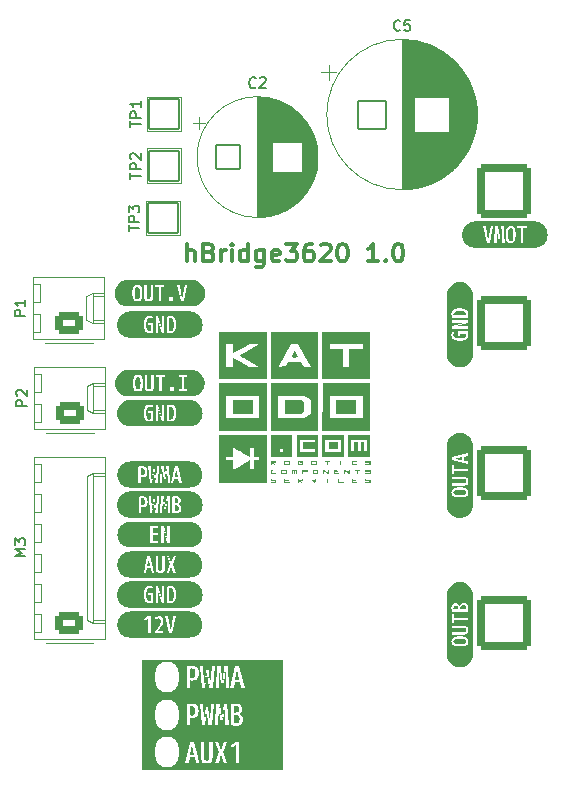
<source format=gbr>
%TF.GenerationSoftware,KiCad,Pcbnew,6.0.2+dfsg-1*%
%TF.CreationDate,2023-01-07T19:56:01+01:00*%
%TF.ProjectId,hBridge3620,68427269-6467-4653-9336-32302e6b6963,1.0*%
%TF.SameCoordinates,Original*%
%TF.FileFunction,Legend,Top*%
%TF.FilePolarity,Positive*%
%FSLAX46Y46*%
G04 Gerber Fmt 4.6, Leading zero omitted, Abs format (unit mm)*
G04 Created by KiCad (PCBNEW 6.0.2+dfsg-1) date 2023-01-07 19:56:01*
%MOMM*%
%LPD*%
G01*
G04 APERTURE LIST*
G04 Aperture macros list*
%AMRoundRect*
0 Rectangle with rounded corners*
0 $1 Rounding radius*
0 $2 $3 $4 $5 $6 $7 $8 $9 X,Y pos of 4 corners*
0 Add a 4 corners polygon primitive as box body*
4,1,4,$2,$3,$4,$5,$6,$7,$8,$9,$2,$3,0*
0 Add four circle primitives for the rounded corners*
1,1,$1+$1,$2,$3*
1,1,$1+$1,$4,$5*
1,1,$1+$1,$6,$7*
1,1,$1+$1,$8,$9*
0 Add four rect primitives between the rounded corners*
20,1,$1+$1,$2,$3,$4,$5,0*
20,1,$1+$1,$4,$5,$6,$7,0*
20,1,$1+$1,$6,$7,$8,$9,0*
20,1,$1+$1,$8,$9,$2,$3,0*%
G04 Aperture macros list end*
%ADD10C,0.300000*%
%ADD11C,0.200000*%
%ADD12C,0.120000*%
%ADD13RoundRect,0.349999X-1.950001X-1.950001X1.950001X-1.950001X1.950001X1.950001X-1.950001X1.950001X0*%
%ADD14RoundRect,0.100000X-1.200000X-1.200000X1.200000X-1.200000X1.200000X1.200000X-1.200000X1.200000X0*%
%ADD15C,2.600000*%
%ADD16RoundRect,0.350000X0.845000X-0.620000X0.845000X0.620000X-0.845000X0.620000X-0.845000X-0.620000X0*%
%ADD17O,2.390000X1.940000*%
%ADD18RoundRect,0.100000X1.250000X-1.250000X1.250000X1.250000X-1.250000X1.250000X-1.250000X-1.250000X0*%
%ADD19RoundRect,0.100000X-1.000000X-1.000000X1.000000X-1.000000X1.000000X1.000000X-1.000000X1.000000X0*%
%ADD20C,2.200000*%
%ADD21C,1.000000*%
%ADD22C,6.600000*%
%ADD23O,2.000000X2.600000*%
G04 APERTURE END LIST*
D10*
X-9107143Y12321429D02*
X-9107143Y13821429D01*
X-8464286Y12321429D02*
X-8464286Y13107143D01*
X-8535715Y13250000D01*
X-8678572Y13321429D01*
X-8892858Y13321429D01*
X-9035715Y13250000D01*
X-9107143Y13178572D01*
X-7250000Y13107143D02*
X-7035715Y13035715D01*
X-6964286Y12964286D01*
X-6892858Y12821429D01*
X-6892858Y12607143D01*
X-6964286Y12464286D01*
X-7035715Y12392858D01*
X-7178572Y12321429D01*
X-7750000Y12321429D01*
X-7750000Y13821429D01*
X-7250000Y13821429D01*
X-7107143Y13750000D01*
X-7035715Y13678572D01*
X-6964286Y13535715D01*
X-6964286Y13392858D01*
X-7035715Y13250000D01*
X-7107143Y13178572D01*
X-7250000Y13107143D01*
X-7750000Y13107143D01*
X-6250000Y12321429D02*
X-6250000Y13321429D01*
X-6250000Y13035715D02*
X-6178572Y13178572D01*
X-6107143Y13250000D01*
X-5964286Y13321429D01*
X-5821429Y13321429D01*
X-5321429Y12321429D02*
X-5321429Y13321429D01*
X-5321429Y13821429D02*
X-5392858Y13750000D01*
X-5321429Y13678572D01*
X-5250000Y13750000D01*
X-5321429Y13821429D01*
X-5321429Y13678572D01*
X-3964286Y12321429D02*
X-3964286Y13821429D01*
X-3964286Y12392858D02*
X-4107143Y12321429D01*
X-4392858Y12321429D01*
X-4535715Y12392858D01*
X-4607143Y12464286D01*
X-4678572Y12607143D01*
X-4678572Y13035715D01*
X-4607143Y13178572D01*
X-4535715Y13250000D01*
X-4392858Y13321429D01*
X-4107143Y13321429D01*
X-3964286Y13250000D01*
X-2607143Y13321429D02*
X-2607143Y12107143D01*
X-2678572Y11964286D01*
X-2750000Y11892858D01*
X-2892858Y11821429D01*
X-3107143Y11821429D01*
X-3250000Y11892858D01*
X-2607143Y12392858D02*
X-2750000Y12321429D01*
X-3035715Y12321429D01*
X-3178572Y12392858D01*
X-3250000Y12464286D01*
X-3321429Y12607143D01*
X-3321429Y13035715D01*
X-3250000Y13178572D01*
X-3178572Y13250000D01*
X-3035715Y13321429D01*
X-2750000Y13321429D01*
X-2607143Y13250000D01*
X-1321429Y12392858D02*
X-1464286Y12321429D01*
X-1750000Y12321429D01*
X-1892858Y12392858D01*
X-1964286Y12535715D01*
X-1964286Y13107143D01*
X-1892858Y13250000D01*
X-1750000Y13321429D01*
X-1464286Y13321429D01*
X-1321429Y13250000D01*
X-1250000Y13107143D01*
X-1250000Y12964286D01*
X-1964286Y12821429D01*
X-750000Y13821429D02*
X178571Y13821429D01*
X-321429Y13250000D01*
X-107143Y13250000D01*
X35714Y13178572D01*
X107142Y13107143D01*
X178571Y12964286D01*
X178571Y12607143D01*
X107142Y12464286D01*
X35714Y12392858D01*
X-107143Y12321429D01*
X-535715Y12321429D01*
X-678572Y12392858D01*
X-750000Y12464286D01*
X1464285Y13821429D02*
X1178571Y13821429D01*
X1035714Y13750000D01*
X964285Y13678572D01*
X821428Y13464286D01*
X750000Y13178572D01*
X750000Y12607143D01*
X821428Y12464286D01*
X892857Y12392858D01*
X1035714Y12321429D01*
X1321428Y12321429D01*
X1464285Y12392858D01*
X1535714Y12464286D01*
X1607142Y12607143D01*
X1607142Y12964286D01*
X1535714Y13107143D01*
X1464285Y13178572D01*
X1321428Y13250000D01*
X1035714Y13250000D01*
X892857Y13178572D01*
X821428Y13107143D01*
X750000Y12964286D01*
X2178571Y13678572D02*
X2250000Y13750000D01*
X2392857Y13821429D01*
X2750000Y13821429D01*
X2892857Y13750000D01*
X2964285Y13678572D01*
X3035714Y13535715D01*
X3035714Y13392858D01*
X2964285Y13178572D01*
X2107142Y12321429D01*
X3035714Y12321429D01*
X3964285Y13821429D02*
X4107142Y13821429D01*
X4250000Y13750000D01*
X4321428Y13678572D01*
X4392857Y13535715D01*
X4464285Y13250000D01*
X4464285Y12892858D01*
X4392857Y12607143D01*
X4321428Y12464286D01*
X4250000Y12392858D01*
X4107142Y12321429D01*
X3964285Y12321429D01*
X3821428Y12392858D01*
X3750000Y12464286D01*
X3678571Y12607143D01*
X3607142Y12892858D01*
X3607142Y13250000D01*
X3678571Y13535715D01*
X3750000Y13678572D01*
X3821428Y13750000D01*
X3964285Y13821429D01*
X7035714Y12321429D02*
X6178571Y12321429D01*
X6607142Y12321429D02*
X6607142Y13821429D01*
X6464285Y13607143D01*
X6321428Y13464286D01*
X6178571Y13392858D01*
X7678571Y12464286D02*
X7750000Y12392858D01*
X7678571Y12321429D01*
X7607142Y12392858D01*
X7678571Y12464286D01*
X7678571Y12321429D01*
X8678571Y13821429D02*
X8821428Y13821429D01*
X8964285Y13750000D01*
X9035714Y13678572D01*
X9107142Y13535715D01*
X9178571Y13250000D01*
X9178571Y12892858D01*
X9107142Y12607143D01*
X9035714Y12464286D01*
X8964285Y12392858D01*
X8821428Y12321429D01*
X8678571Y12321429D01*
X8535714Y12392858D01*
X8464285Y12464286D01*
X8392857Y12607143D01*
X8321428Y12892858D01*
X8321428Y13250000D01*
X8392857Y13535715D01*
X8464285Y13678572D01*
X8535714Y13750000D01*
X8678571Y13821429D01*
D11*
%TO.C,C5*%
X8916041Y31943572D02*
X8873183Y31900715D01*
X8744612Y31857858D01*
X8658898Y31857858D01*
X8530326Y31900715D01*
X8444612Y31986429D01*
X8401755Y32072143D01*
X8358898Y32243572D01*
X8358898Y32372143D01*
X8401755Y32543572D01*
X8444612Y32629286D01*
X8530326Y32715000D01*
X8658898Y32757858D01*
X8744612Y32757858D01*
X8873183Y32715000D01*
X8916041Y32672143D01*
X9730326Y32757858D02*
X9301755Y32757858D01*
X9258898Y32329286D01*
X9301755Y32372143D01*
X9387469Y32415000D01*
X9601755Y32415000D01*
X9687469Y32372143D01*
X9730326Y32329286D01*
X9773183Y32243572D01*
X9773183Y32029286D01*
X9730326Y31943572D01*
X9687469Y31900715D01*
X9601755Y31857858D01*
X9387469Y31857858D01*
X9301755Y31900715D01*
X9258898Y31943572D01*
%TO.C,M3*%
X-22833858Y-12629571D02*
X-23733858Y-12629571D01*
X-23091000Y-12329571D01*
X-23733858Y-12029571D01*
X-22833858Y-12029571D01*
X-23733858Y-11686714D02*
X-23733858Y-11129571D01*
X-23391000Y-11429571D01*
X-23391000Y-11301000D01*
X-23348143Y-11215285D01*
X-23305286Y-11172428D01*
X-23219572Y-11129571D01*
X-23005286Y-11129571D01*
X-22919572Y-11172428D01*
X-22876715Y-11215285D01*
X-22833858Y-11301000D01*
X-22833858Y-11558142D01*
X-22876715Y-11643857D01*
X-22919572Y-11686714D01*
%TO.C,TP3*%
X-14081858Y14866286D02*
X-14081858Y15380572D01*
X-13181858Y15123429D02*
X-14081858Y15123429D01*
X-13181858Y15680572D02*
X-14081858Y15680572D01*
X-14081858Y16023429D01*
X-14039000Y16109143D01*
X-13996143Y16152000D01*
X-13910429Y16194858D01*
X-13781858Y16194858D01*
X-13696143Y16152000D01*
X-13653286Y16109143D01*
X-13610429Y16023429D01*
X-13610429Y15680572D01*
X-14081858Y16494858D02*
X-14081858Y17052000D01*
X-13739000Y16752000D01*
X-13739000Y16880572D01*
X-13696143Y16966286D01*
X-13653286Y17009143D01*
X-13567572Y17052000D01*
X-13353286Y17052000D01*
X-13267572Y17009143D01*
X-13224715Y16966286D01*
X-13181858Y16880572D01*
X-13181858Y16623429D01*
X-13224715Y16537715D01*
X-13267572Y16494858D01*
%TO.C,TP1*%
X-13954858Y23691286D02*
X-13954858Y24205572D01*
X-13054858Y23948429D02*
X-13954858Y23948429D01*
X-13054858Y24505572D02*
X-13954858Y24505572D01*
X-13954858Y24848429D01*
X-13912000Y24934143D01*
X-13869143Y24977000D01*
X-13783429Y25019858D01*
X-13654858Y25019858D01*
X-13569143Y24977000D01*
X-13526286Y24934143D01*
X-13483429Y24848429D01*
X-13483429Y24505572D01*
X-13054858Y25877000D02*
X-13054858Y25362715D01*
X-13054858Y25619858D02*
X-13954858Y25619858D01*
X-13826286Y25534143D01*
X-13740572Y25448429D01*
X-13697715Y25362715D01*
%TO.C,P1*%
X-22827858Y7717715D02*
X-23727858Y7717715D01*
X-23727858Y8060572D01*
X-23685000Y8146286D01*
X-23642143Y8189143D01*
X-23556429Y8232000D01*
X-23427858Y8232000D01*
X-23342143Y8189143D01*
X-23299286Y8146286D01*
X-23256429Y8060572D01*
X-23256429Y7717715D01*
X-22827858Y9089143D02*
X-22827858Y8574858D01*
X-22827858Y8832000D02*
X-23727858Y8832000D01*
X-23599286Y8746286D01*
X-23513572Y8660572D01*
X-23470715Y8574858D01*
%TO.C,C2*%
X-3319677Y27090572D02*
X-3362535Y27047715D01*
X-3491106Y27004858D01*
X-3576820Y27004858D01*
X-3705392Y27047715D01*
X-3791106Y27133429D01*
X-3833963Y27219143D01*
X-3876820Y27390572D01*
X-3876820Y27519143D01*
X-3833963Y27690572D01*
X-3791106Y27776286D01*
X-3705392Y27862000D01*
X-3576820Y27904858D01*
X-3491106Y27904858D01*
X-3362535Y27862000D01*
X-3319677Y27819143D01*
X-2976820Y27819143D02*
X-2933963Y27862000D01*
X-2848249Y27904858D01*
X-2633963Y27904858D01*
X-2548249Y27862000D01*
X-2505392Y27819143D01*
X-2462535Y27733429D01*
X-2462535Y27647715D01*
X-2505392Y27519143D01*
X-3019677Y27004858D01*
X-2462535Y27004858D01*
%TO.C,TP2*%
X-13954858Y19311286D02*
X-13954858Y19825572D01*
X-13054858Y19568429D02*
X-13954858Y19568429D01*
X-13054858Y20125572D02*
X-13954858Y20125572D01*
X-13954858Y20468429D01*
X-13912000Y20554143D01*
X-13869143Y20597000D01*
X-13783429Y20639858D01*
X-13654858Y20639858D01*
X-13569143Y20597000D01*
X-13526286Y20554143D01*
X-13483429Y20468429D01*
X-13483429Y20125572D01*
X-13869143Y20982715D02*
X-13912000Y21025572D01*
X-13954858Y21111286D01*
X-13954858Y21325572D01*
X-13912000Y21411286D01*
X-13869143Y21454143D01*
X-13783429Y21497000D01*
X-13697715Y21497000D01*
X-13569143Y21454143D01*
X-13054858Y20939858D01*
X-13054858Y21497000D01*
%TO.C,P2*%
X-22706858Y97715D02*
X-23606858Y97715D01*
X-23606858Y440572D01*
X-23564000Y526286D01*
X-23521143Y569143D01*
X-23435429Y612000D01*
X-23306858Y612000D01*
X-23221143Y569143D01*
X-23178286Y526286D01*
X-23135429Y440572D01*
X-23135429Y97715D01*
X-23521143Y954858D02*
X-23564000Y997715D01*
X-23606858Y1083429D01*
X-23606858Y1297715D01*
X-23564000Y1383429D01*
X-23521143Y1426286D01*
X-23435429Y1469143D01*
X-23349715Y1469143D01*
X-23221143Y1426286D01*
X-22706858Y912000D01*
X-22706858Y1469143D01*
%TO.C,kibuzzard-63B18C79*%
G36*
X15075899Y-8387994D02*
G01*
X15059898Y-8495866D01*
X15033400Y-8601651D01*
X14996661Y-8704329D01*
X14950035Y-8802912D01*
X14893971Y-8896450D01*
X14829008Y-8984042D01*
X14755772Y-9064845D01*
X14674970Y-9138080D01*
X14587377Y-9203043D01*
X14493840Y-9259107D01*
X14395257Y-9305733D01*
X14292579Y-9342472D01*
X14186794Y-9368970D01*
X14078922Y-9384971D01*
X13970000Y-9390322D01*
X13861078Y-9384971D01*
X13753206Y-9368970D01*
X13647421Y-9342472D01*
X13544743Y-9305733D01*
X13446160Y-9259107D01*
X13352623Y-9203043D01*
X13265030Y-9138080D01*
X13184228Y-9064845D01*
X13110992Y-8984042D01*
X13046029Y-8896450D01*
X12989965Y-8802912D01*
X12943339Y-8704329D01*
X12906600Y-8601651D01*
X12880102Y-8495866D01*
X12864101Y-8387994D01*
X12858750Y-8279072D01*
X12858750Y-7224943D01*
X13255625Y-7224943D01*
X13271817Y-7357340D01*
X13320395Y-7461163D01*
X13408501Y-7539982D01*
X13543280Y-7597370D01*
X13660967Y-7623299D01*
X13803207Y-7638857D01*
X13970000Y-7644043D01*
X14136793Y-7638857D01*
X14279033Y-7623299D01*
X14396720Y-7597370D01*
X14531499Y-7539982D01*
X14619605Y-7461163D01*
X14668183Y-7357340D01*
X14684375Y-7224943D01*
X14668183Y-7092545D01*
X14619605Y-6988723D01*
X14531499Y-6909903D01*
X14396720Y-6852515D01*
X14279033Y-6826586D01*
X14136793Y-6811028D01*
X13970000Y-6805843D01*
X13803207Y-6811028D01*
X13660967Y-6826586D01*
X13543280Y-6852515D01*
X13408501Y-6909903D01*
X13320395Y-6988723D01*
X13271817Y-7092545D01*
X13255625Y-7224943D01*
X12858750Y-7224943D01*
X12858750Y-6653443D01*
X13274675Y-6653443D01*
X14303375Y-6653443D01*
X14427412Y-6643600D01*
X14525202Y-6614073D01*
X14596745Y-6564860D01*
X14645428Y-6492999D01*
X14674638Y-6395527D01*
X14684375Y-6272443D01*
X14674638Y-6149358D01*
X14645428Y-6051886D01*
X14596745Y-5980025D01*
X14525202Y-5930813D01*
X14427412Y-5901285D01*
X14303375Y-5891443D01*
X13274675Y-5891443D01*
X13274675Y-6099088D01*
X14265275Y-6099088D01*
X14389814Y-6108613D01*
X14466253Y-6137188D01*
X14518640Y-6268633D01*
X14505305Y-6348166D01*
X14465300Y-6400078D01*
X14388624Y-6428653D01*
X14265275Y-6438178D01*
X13274675Y-6438178D01*
X13274675Y-6653443D01*
X12858750Y-6653443D01*
X12858750Y-5710468D01*
X13274675Y-5710468D01*
X13440410Y-5710468D01*
X13440410Y-5426623D01*
X14665325Y-5426623D01*
X14665325Y-5213263D01*
X13440410Y-5213263D01*
X13440410Y-4929418D01*
X13274675Y-4929418D01*
X13274675Y-5710468D01*
X12858750Y-5710468D01*
X12858750Y-4493173D01*
X13274675Y-4493173D01*
X14665325Y-4820833D01*
X14665325Y-4607473D01*
X14299565Y-4535083D01*
X14299565Y-4209328D01*
X14665325Y-4136938D01*
X14665325Y-3915958D01*
X13274675Y-4245523D01*
X13274675Y-4493173D01*
X12858750Y-4493173D01*
X12858750Y-3280928D01*
X12864101Y-3172006D01*
X12880102Y-3064134D01*
X12906600Y-2958349D01*
X12943339Y-2855671D01*
X12989965Y-2757088D01*
X13046029Y-2663550D01*
X13110992Y-2575958D01*
X13184228Y-2495155D01*
X13265030Y-2421920D01*
X13352623Y-2356957D01*
X13446160Y-2300893D01*
X13544743Y-2254267D01*
X13647421Y-2217528D01*
X13753206Y-2191030D01*
X13861078Y-2175029D01*
X13970000Y-2169678D01*
X14078922Y-2175029D01*
X14186794Y-2191030D01*
X14292579Y-2217528D01*
X14395257Y-2254267D01*
X14493840Y-2300893D01*
X14587377Y-2356957D01*
X14674970Y-2421920D01*
X14755772Y-2495155D01*
X14829008Y-2575958D01*
X14893971Y-2663550D01*
X14950035Y-2757088D01*
X14996661Y-2855671D01*
X15033400Y-2958349D01*
X15059898Y-3064134D01*
X15075899Y-3172006D01*
X15081250Y-3280928D01*
X15081250Y-8279072D01*
X15075899Y-8387994D01*
G37*
G36*
X14137640Y-4502698D02*
G01*
X13484225Y-4373158D01*
X13484225Y-4371253D01*
X14137640Y-4241713D01*
X14137640Y-4502698D01*
G37*
G36*
X14157642Y-7013488D02*
G01*
X14301470Y-7030633D01*
X14401482Y-7059208D01*
X14489351Y-7126359D01*
X14518640Y-7224943D01*
X14489351Y-7323526D01*
X14401482Y-7390678D01*
X14301470Y-7419253D01*
X14157642Y-7436398D01*
X13970000Y-7442113D01*
X13782357Y-7436398D01*
X13638530Y-7419253D01*
X13538517Y-7390678D01*
X13450649Y-7323526D01*
X13421360Y-7224943D01*
X13450649Y-7126359D01*
X13538517Y-7059208D01*
X13638530Y-7030633D01*
X13782357Y-7013488D01*
X13970000Y-7007773D01*
X14157642Y-7013488D01*
G37*
%TO.C,kibuzzard-63934749*%
G36*
X-14036127Y-11881941D02*
G01*
X-14142150Y-11866214D01*
X-14246121Y-11840170D01*
X-14347039Y-11804061D01*
X-14443932Y-11758234D01*
X-14535866Y-11703131D01*
X-14621957Y-11639282D01*
X-14701374Y-11567302D01*
X-14771142Y-11490325D01*
X-12252008Y-11490325D01*
X-11585258Y-11490325D01*
X-11331893Y-11490325D01*
X-11122343Y-11490325D01*
X-11122343Y-10480675D01*
X-11118533Y-10480675D01*
X-10821353Y-11490325D01*
X-10607993Y-11490325D01*
X-10607993Y-10099675D01*
X-10808018Y-10099675D01*
X-10808018Y-11109325D01*
X-10813733Y-11109325D01*
X-11110913Y-10099675D01*
X-11331893Y-10099675D01*
X-11331893Y-11490325D01*
X-11585258Y-11490325D01*
X-11585258Y-11324590D01*
X-12038648Y-11324590D01*
X-12038648Y-10823575D01*
X-11604308Y-10823575D01*
X-11604308Y-10661650D01*
X-12038648Y-10661650D01*
X-12038648Y-10265410D01*
X-11585258Y-10265410D01*
X-11585258Y-10099675D01*
X-12252008Y-10099675D01*
X-12252008Y-11490325D01*
X-14771142Y-11490325D01*
X-14773354Y-11487884D01*
X-14837203Y-11401794D01*
X-14892307Y-11309860D01*
X-14938133Y-11212967D01*
X-14974242Y-11112049D01*
X-15000286Y-11008078D01*
X-15016013Y-10902054D01*
X-15021272Y-10795000D01*
X-15016013Y-10687946D01*
X-15000286Y-10581922D01*
X-14974242Y-10477951D01*
X-14938133Y-10377033D01*
X-14892307Y-10280140D01*
X-14837203Y-10188206D01*
X-14773354Y-10102116D01*
X-14701374Y-10022698D01*
X-14621957Y-9950718D01*
X-14535866Y-9886869D01*
X-14443932Y-9831766D01*
X-14347039Y-9785939D01*
X-14246121Y-9749830D01*
X-14142150Y-9723786D01*
X-14036127Y-9708059D01*
X-13929072Y-9702800D01*
X-8930928Y-9702800D01*
X-8823873Y-9708059D01*
X-8717850Y-9723786D01*
X-8613879Y-9749830D01*
X-8512961Y-9785939D01*
X-8416068Y-9831766D01*
X-8324134Y-9886869D01*
X-8238043Y-9950718D01*
X-8158626Y-10022698D01*
X-8086646Y-10102116D01*
X-8022797Y-10188206D01*
X-7967693Y-10280140D01*
X-7921867Y-10377033D01*
X-7885758Y-10477951D01*
X-7859714Y-10581922D01*
X-7843987Y-10687946D01*
X-7838728Y-10795000D01*
X-7843987Y-10902054D01*
X-7859714Y-11008078D01*
X-7885758Y-11112049D01*
X-7921867Y-11212967D01*
X-7967693Y-11309860D01*
X-8022797Y-11401794D01*
X-8086646Y-11487884D01*
X-8158626Y-11567302D01*
X-8238043Y-11639282D01*
X-8324134Y-11703131D01*
X-8416068Y-11758234D01*
X-8512961Y-11804061D01*
X-8613879Y-11840170D01*
X-8717850Y-11866214D01*
X-8823873Y-11881941D01*
X-8930928Y-11887200D01*
X-13929072Y-11887200D01*
X-14036127Y-11881941D01*
G37*
D12*
%TO.C,C5*%
X11867041Y23325000D02*
X11867041Y19083000D01*
X11547041Y23325000D02*
X11547041Y18937000D01*
X12547041Y23325000D02*
X12547041Y19469000D01*
X11307041Y30689000D02*
X11307041Y26205000D01*
X12387041Y23325000D02*
X12387041Y19368000D01*
X13307041Y29479000D02*
X13307041Y20051000D01*
X9787041Y31055000D02*
X9787041Y18475000D01*
X10587041Y23325000D02*
X10587041Y18619000D01*
X12987041Y23325000D02*
X12987041Y19783000D01*
X9146041Y31095000D02*
X9146041Y18435000D01*
X9907041Y31040000D02*
X9907041Y18490000D01*
X14587041Y27905000D02*
X14587041Y21625000D01*
X12827041Y29867000D02*
X12827041Y26205000D01*
X10387041Y30957000D02*
X10387041Y26205000D01*
X12147041Y30301000D02*
X12147041Y26205000D01*
X10867041Y30836000D02*
X10867041Y26205000D01*
X9987041Y31029000D02*
X9987041Y18501000D01*
X12467041Y30112000D02*
X12467041Y26205000D01*
X12747041Y23325000D02*
X12747041Y19605000D01*
X14347041Y28289000D02*
X14347041Y21241000D01*
X13067041Y29683000D02*
X13067041Y19847000D01*
X11627041Y30558000D02*
X11627041Y26205000D01*
X10667041Y30891000D02*
X10667041Y26205000D01*
X14627041Y27834000D02*
X14627041Y21696000D01*
X13747041Y29047000D02*
X13747041Y20483000D01*
X11667041Y30541000D02*
X11667041Y26205000D01*
X10227041Y23325000D02*
X10227041Y18541000D01*
X12227041Y30256000D02*
X12227041Y26205000D01*
X14427041Y28167000D02*
X14427041Y21363000D01*
X12507041Y23325000D02*
X12507041Y19443000D01*
X9266041Y31092000D02*
X9266041Y18438000D01*
X10987041Y23325000D02*
X10987041Y18731000D01*
X12387041Y30162000D02*
X12387041Y26205000D01*
X2248959Y28340000D02*
X3498959Y28340000D01*
X10747041Y23325000D02*
X10747041Y18660000D01*
X10707041Y23325000D02*
X10707041Y18649000D01*
X10627041Y30902000D02*
X10627041Y26205000D01*
X13467041Y29332000D02*
X13467041Y20198000D01*
X10507041Y23325000D02*
X10507041Y18599000D01*
X12427041Y30137000D02*
X12427041Y26205000D01*
X11307041Y23325000D02*
X11307041Y18841000D01*
X12947041Y29777000D02*
X12947041Y26205000D01*
X9426041Y31085000D02*
X9426041Y18445000D01*
X13587041Y29214000D02*
X13587041Y20316000D01*
X12627041Y23325000D02*
X12627041Y19522000D01*
X12667041Y29981000D02*
X12667041Y26205000D01*
X11707041Y30523000D02*
X11707041Y26205000D01*
X10467041Y30940000D02*
X10467041Y26205000D01*
X9867041Y31045000D02*
X9867041Y18485000D01*
X9827041Y31050000D02*
X9827041Y18480000D01*
X11427041Y23325000D02*
X11427041Y18888000D01*
X11907041Y23325000D02*
X11907041Y19103000D01*
X12547041Y30061000D02*
X12547041Y26205000D01*
X11187041Y23325000D02*
X11187041Y18798000D01*
X14147041Y28569000D02*
X14147041Y20961000D01*
X11467041Y30626000D02*
X11467041Y26205000D01*
X9466041Y31083000D02*
X9466041Y18447000D01*
X12067041Y23325000D02*
X12067041Y19185000D01*
X9947041Y31034000D02*
X9947041Y18496000D01*
X12147041Y23325000D02*
X12147041Y19229000D01*
X10027041Y31023000D02*
X10027041Y18507000D01*
X12107041Y23325000D02*
X12107041Y19207000D01*
X11987041Y23325000D02*
X11987041Y19143000D01*
X11067041Y30773000D02*
X11067041Y26205000D01*
X15227041Y26348000D02*
X15227041Y23182000D01*
X9386041Y31087000D02*
X9386041Y18443000D01*
X13027041Y29715000D02*
X13027041Y19815000D01*
X12307041Y23325000D02*
X12307041Y19320000D01*
X13987041Y28772000D02*
X13987041Y20758000D01*
X11147041Y30746000D02*
X11147041Y26205000D01*
X9226041Y31093000D02*
X9226041Y18437000D01*
X10627041Y23325000D02*
X10627041Y18628000D01*
X12907041Y23325000D02*
X12907041Y19722000D01*
X12467041Y23325000D02*
X12467041Y19418000D01*
X10467041Y23325000D02*
X10467041Y18590000D01*
X11987041Y30387000D02*
X11987041Y26205000D01*
X13827041Y28959000D02*
X13827041Y20571000D01*
X10947041Y23325000D02*
X10947041Y18718000D01*
X10827041Y30848000D02*
X10827041Y26205000D01*
X10187041Y23325000D02*
X10187041Y18534000D01*
X12907041Y29808000D02*
X12907041Y26205000D01*
X11827041Y23325000D02*
X11827041Y19063000D01*
X12347041Y30186000D02*
X12347041Y26205000D01*
X15067041Y26865000D02*
X15067041Y22665000D01*
X10187041Y30996000D02*
X10187041Y26205000D01*
X11107041Y30760000D02*
X11107041Y26205000D01*
X14027041Y28722000D02*
X14027041Y20808000D01*
X12227041Y23325000D02*
X12227041Y19274000D01*
X14827041Y27446000D02*
X14827041Y22084000D01*
X11867041Y30447000D02*
X11867041Y26205000D01*
X11947041Y30407000D02*
X11947041Y26205000D01*
X12267041Y23325000D02*
X12267041Y19297000D01*
X12947041Y23325000D02*
X12947041Y19753000D01*
X12827041Y23325000D02*
X12827041Y19663000D01*
X15027041Y26974000D02*
X15027041Y22556000D01*
X11627041Y23325000D02*
X11627041Y18972000D01*
X10787041Y23325000D02*
X10787041Y18671000D01*
X14307041Y28348000D02*
X14307041Y21182000D01*
X15187041Y26493000D02*
X15187041Y23037000D01*
X9546041Y31077000D02*
X9546041Y18453000D01*
X13147041Y29617000D02*
X13147041Y19913000D01*
X15147041Y26626000D02*
X15147041Y22904000D01*
X11787041Y30486000D02*
X11787041Y26205000D01*
X9506041Y31080000D02*
X9506041Y18450000D01*
X11227041Y30718000D02*
X11227041Y26205000D01*
X10267041Y30981000D02*
X10267041Y26205000D01*
X11747041Y30504000D02*
X11747041Y26205000D01*
X11067041Y23325000D02*
X11067041Y18757000D01*
X12427041Y23325000D02*
X12427041Y19393000D01*
X14867041Y27359000D02*
X14867041Y22171000D01*
X14987041Y27077000D02*
X14987041Y22453000D01*
X10947041Y30812000D02*
X10947041Y26205000D01*
X12667041Y23325000D02*
X12667041Y19549000D01*
X10427041Y23325000D02*
X10427041Y18581000D01*
X14267041Y28405000D02*
X14267041Y21125000D01*
X10827041Y23325000D02*
X10827041Y18682000D01*
X10907041Y30824000D02*
X10907041Y26205000D01*
X11347041Y23325000D02*
X11347041Y18857000D01*
X13387041Y29407000D02*
X13387041Y20123000D01*
X13227041Y29550000D02*
X13227041Y19980000D01*
X14107041Y28621000D02*
X14107041Y20909000D01*
X9626041Y31071000D02*
X9626041Y18459000D01*
X11587041Y23325000D02*
X11587041Y18954000D01*
X12187041Y30279000D02*
X12187041Y26205000D01*
X14667041Y27761000D02*
X14667041Y21769000D01*
X11027041Y23325000D02*
X11027041Y18744000D01*
X12027041Y30366000D02*
X12027041Y26205000D01*
X13707041Y29090000D02*
X13707041Y20440000D01*
X12787041Y23325000D02*
X12787041Y19634000D01*
X14747041Y27609000D02*
X14747041Y21921000D01*
X14227041Y28461000D02*
X14227041Y21069000D01*
X10427041Y30949000D02*
X10427041Y26205000D01*
X10747041Y30870000D02*
X10747041Y26205000D01*
X11147041Y23325000D02*
X11147041Y18784000D01*
X13787041Y29003000D02*
X13787041Y20527000D01*
X11027041Y30786000D02*
X11027041Y26205000D01*
X13627041Y29173000D02*
X13627041Y20357000D01*
X10907041Y23325000D02*
X10907041Y18706000D01*
X15107041Y26749000D02*
X15107041Y22781000D01*
X14907041Y27269000D02*
X14907041Y22261000D01*
X12867041Y29838000D02*
X12867041Y26205000D01*
X13907041Y28867000D02*
X13907041Y20663000D01*
X12707041Y23325000D02*
X12707041Y19577000D01*
X10867041Y23325000D02*
X10867041Y18694000D01*
X12307041Y30210000D02*
X12307041Y26205000D01*
X14707041Y27686000D02*
X14707041Y21844000D01*
X13347041Y29443000D02*
X13347041Y20087000D01*
X14787041Y27529000D02*
X14787041Y22001000D01*
X12707041Y29953000D02*
X12707041Y26205000D01*
X10307041Y30974000D02*
X10307041Y26205000D01*
X11667041Y23325000D02*
X11667041Y18989000D01*
X10587041Y30911000D02*
X10587041Y26205000D01*
X12787041Y29896000D02*
X12787041Y26205000D01*
X12027041Y23325000D02*
X12027041Y19164000D01*
X11467041Y23325000D02*
X11467041Y18904000D01*
X10347041Y30966000D02*
X10347041Y26205000D01*
X11707041Y23325000D02*
X11707041Y19007000D01*
X11427041Y30642000D02*
X11427041Y26205000D01*
X10507041Y30931000D02*
X10507041Y26205000D01*
X9706041Y31063000D02*
X9706041Y18467000D01*
X10787041Y30859000D02*
X10787041Y26205000D01*
X14187041Y28515000D02*
X14187041Y21015000D01*
X10307041Y23325000D02*
X10307041Y18556000D01*
X10147041Y31003000D02*
X10147041Y26205000D01*
X13947041Y28820000D02*
X13947041Y20710000D01*
X9746041Y31059000D02*
X9746041Y18471000D01*
X14507041Y28040000D02*
X14507041Y21490000D01*
X10067041Y31017000D02*
X10067041Y18513000D01*
X9106041Y31095000D02*
X9106041Y18435000D01*
X12987041Y29747000D02*
X12987041Y26205000D01*
X11827041Y30467000D02*
X11827041Y26205000D01*
X14947041Y27175000D02*
X14947041Y22355000D01*
X11107041Y23325000D02*
X11107041Y18770000D01*
X11187041Y30732000D02*
X11187041Y26205000D01*
X12187041Y23325000D02*
X12187041Y19251000D01*
X11947041Y23325000D02*
X11947041Y19123000D01*
X14547041Y27973000D02*
X14547041Y21557000D01*
X12867041Y23325000D02*
X12867041Y19692000D01*
X14067041Y28672000D02*
X14067041Y20858000D01*
X10147041Y23325000D02*
X10147041Y18527000D01*
X13187041Y29584000D02*
X13187041Y19946000D01*
X13267041Y29515000D02*
X13267041Y20015000D01*
X11387041Y30658000D02*
X11387041Y26205000D01*
X15307041Y26006000D02*
X15307041Y23524000D01*
X12107041Y30323000D02*
X12107041Y26205000D01*
X11347041Y30673000D02*
X11347041Y26205000D01*
X12347041Y23325000D02*
X12347041Y19344000D01*
X12627041Y30008000D02*
X12627041Y26205000D01*
X11267041Y23325000D02*
X11267041Y18826000D01*
X13427041Y29370000D02*
X13427041Y20160000D01*
X9666041Y31067000D02*
X9666041Y18463000D01*
X2873959Y28965000D02*
X2873959Y27715000D01*
X10707041Y30881000D02*
X10707041Y26205000D01*
X10667041Y23325000D02*
X10667041Y18639000D01*
X10227041Y30989000D02*
X10227041Y26205000D01*
X10267041Y23325000D02*
X10267041Y18549000D01*
X10107041Y31010000D02*
X10107041Y18520000D01*
X11507041Y23325000D02*
X11507041Y18920000D01*
X9306041Y31091000D02*
X9306041Y18439000D01*
X10547041Y23325000D02*
X10547041Y18609000D01*
X15387041Y25522000D02*
X15387041Y24008000D01*
X10347041Y23325000D02*
X10347041Y18564000D01*
X12267041Y30233000D02*
X12267041Y26205000D01*
X11507041Y30610000D02*
X11507041Y26205000D01*
X9346041Y31089000D02*
X9346041Y18441000D01*
X13507041Y29293000D02*
X13507041Y20237000D01*
X13867041Y28913000D02*
X13867041Y20617000D01*
X15347041Y25793000D02*
X15347041Y23737000D01*
X12587041Y23325000D02*
X12587041Y19495000D01*
X11587041Y30576000D02*
X11587041Y26205000D01*
X10387041Y23325000D02*
X10387041Y18573000D01*
X12587041Y30035000D02*
X12587041Y26205000D01*
X11787041Y23325000D02*
X11787041Y19044000D01*
X9186041Y31094000D02*
X9186041Y18436000D01*
X11747041Y23325000D02*
X11747041Y19026000D01*
X14387041Y28229000D02*
X14387041Y21301000D01*
X11267041Y30704000D02*
X11267041Y26205000D01*
X11227041Y23325000D02*
X11227041Y18812000D01*
X10547041Y30921000D02*
X10547041Y26205000D01*
X9066041Y31095000D02*
X9066041Y18435000D01*
X14467041Y28104000D02*
X14467041Y21426000D01*
X11907041Y30427000D02*
X11907041Y26205000D01*
X13547041Y29254000D02*
X13547041Y20276000D01*
X15267041Y26187000D02*
X15267041Y23343000D01*
X13667041Y29132000D02*
X13667041Y20398000D01*
X13107041Y29650000D02*
X13107041Y19880000D01*
X11547041Y30593000D02*
X11547041Y26205000D01*
X10987041Y30799000D02*
X10987041Y26205000D01*
X12747041Y29925000D02*
X12747041Y26205000D01*
X12067041Y30345000D02*
X12067041Y26205000D01*
X11387041Y23325000D02*
X11387041Y18872000D01*
X15427041Y25082000D02*
X15427041Y24448000D01*
X9586041Y31074000D02*
X9586041Y18456000D01*
X12507041Y30087000D02*
X12507041Y26205000D01*
X15436041Y24765000D02*
G75*
G03*
X15436041Y24765000I-6370000J0D01*
G01*
%TO.C,M3*%
X-16105000Y-19668000D02*
X-16105000Y-4208000D01*
X-22125000Y-19088000D02*
X-21525000Y-19088000D01*
X-21525000Y-19088000D02*
X-21525000Y-17488000D01*
X-21525000Y-7328000D02*
X-22125000Y-7328000D01*
X-22125000Y-6388000D02*
X-21525000Y-6388000D01*
X-17105000Y-5588000D02*
X-16105000Y-5588000D01*
X-21525000Y-6388000D02*
X-21525000Y-4788000D01*
X-16105000Y-18288000D02*
X-17105000Y-18288000D01*
X-21525000Y-11468000D02*
X-21525000Y-9868000D01*
X-21525000Y-14008000D02*
X-21525000Y-12408000D01*
X-17105000Y-18288000D02*
X-17105000Y-5588000D01*
X-21525000Y-4788000D02*
X-22125000Y-4788000D01*
X-22125000Y-8928000D02*
X-21525000Y-8928000D01*
X-17635000Y-5838000D02*
X-17105000Y-5588000D01*
X-21525000Y-9868000D02*
X-22125000Y-9868000D01*
X-22125000Y-14008000D02*
X-21525000Y-14008000D01*
X-22125000Y-16548000D02*
X-21525000Y-16548000D01*
X-22125000Y-11468000D02*
X-21525000Y-11468000D01*
X-21525000Y-16548000D02*
X-21525000Y-14948000D01*
X-21095000Y-19958000D02*
X-17095000Y-19958000D01*
X-16105000Y-4208000D02*
X-22125000Y-4208000D01*
X-16105000Y-5838000D02*
X-17105000Y-5838000D01*
X-22125000Y-4208000D02*
X-22125000Y-19668000D01*
X-21525000Y-17488000D02*
X-22125000Y-17488000D01*
X-17635000Y-18038000D02*
X-17635000Y-5838000D01*
X-21525000Y-8928000D02*
X-21525000Y-7328000D01*
X-17105000Y-18288000D02*
X-17635000Y-18038000D01*
X-16105000Y-18038000D02*
X-17105000Y-18038000D01*
X-22125000Y-19668000D02*
X-16105000Y-19668000D01*
X-21525000Y-12408000D02*
X-22125000Y-12408000D01*
X-21525000Y-14948000D02*
X-22125000Y-14948000D01*
%TO.C,kibuzzard-63934BD9*%
G36*
X-10430351Y7504113D02*
G01*
X-10339387Y7415530D01*
X-10300229Y7317317D01*
X-10276734Y7180157D01*
X-10268902Y7004050D01*
X-10276628Y6809528D01*
X-10299806Y6660303D01*
X-10338435Y6556375D01*
X-10429161Y6464935D01*
X-10562273Y6434455D01*
X-10647997Y6451600D01*
X-10647997Y7516495D01*
X-10562273Y7533640D01*
X-10430351Y7504113D01*
G37*
G36*
X-14037994Y5879101D02*
G01*
X-14145866Y5895102D01*
X-14251651Y5921600D01*
X-14354329Y5958339D01*
X-14452912Y6004965D01*
X-14546450Y6061029D01*
X-14634042Y6125992D01*
X-14714845Y6199228D01*
X-14788080Y6280030D01*
X-14853043Y6367623D01*
X-14909107Y6461160D01*
X-14955733Y6559743D01*
X-14992472Y6662421D01*
X-15018970Y6768206D01*
X-15034971Y6876078D01*
X-15040322Y6985000D01*
X-15039854Y6994525D01*
X-12798743Y6994525D01*
X-12791301Y6824861D01*
X-12768977Y6677819D01*
X-12731770Y6553398D01*
X-12679680Y6451600D01*
X-12612707Y6372423D01*
X-12530852Y6315869D01*
X-12434114Y6281936D01*
X-12322493Y6270625D01*
X-12208616Y6278033D01*
X-12152069Y6289675D01*
X-11798618Y6289675D01*
X-11589068Y6289675D01*
X-11589068Y7299325D01*
X-11585257Y7299325D01*
X-11288077Y6289675D01*
X-11074717Y6289675D01*
X-11074717Y6308725D01*
X-10861357Y6308725D01*
X-10718006Y6280150D01*
X-10562273Y6270625D01*
X-10404157Y6287056D01*
X-10280333Y6336347D01*
X-10186273Y6426121D01*
X-10117455Y6563995D01*
X-10086234Y6684857D01*
X-10067502Y6831542D01*
X-10061257Y7004050D01*
X-10068580Y7182108D01*
X-10090547Y7331472D01*
X-10127159Y7452142D01*
X-10178415Y7544118D01*
X-10273136Y7630372D01*
X-10401088Y7682124D01*
X-10562273Y7699375D01*
X-10712291Y7689850D01*
X-10861357Y7661275D01*
X-10861357Y6308725D01*
X-11074717Y6308725D01*
X-11074717Y7680325D01*
X-11274743Y7680325D01*
X-11274743Y6670675D01*
X-11280457Y6670675D01*
X-11577637Y7680325D01*
X-11798618Y7680325D01*
X-11798618Y6289675D01*
X-12152069Y6289675D01*
X-12100666Y6300258D01*
X-11998642Y6337300D01*
X-11998642Y7118350D01*
X-12442508Y7118350D01*
X-12442508Y6956425D01*
X-12202477Y6956425D01*
X-12202477Y6457315D01*
X-12316778Y6434455D01*
X-12432982Y6466840D01*
X-12518708Y6563995D01*
X-12557866Y6669405D01*
X-12581361Y6812915D01*
X-12589192Y6994525D01*
X-12580938Y7172008D01*
X-12556173Y7310755D01*
X-12514897Y7410768D01*
X-12420124Y7501493D01*
X-12284393Y7531735D01*
X-12167711Y7520305D01*
X-12046268Y7486015D01*
X-12046268Y7657465D01*
X-12162949Y7688898D01*
X-12284393Y7699375D01*
X-12441555Y7680537D01*
X-12570143Y7624022D01*
X-12670155Y7529830D01*
X-12726412Y7432794D01*
X-12766596Y7311231D01*
X-12790706Y7165142D01*
X-12798743Y6994525D01*
X-15039854Y6994525D01*
X-15034971Y7093922D01*
X-15018970Y7201794D01*
X-14992472Y7307579D01*
X-14955733Y7410257D01*
X-14909107Y7508840D01*
X-14853043Y7602377D01*
X-14788080Y7689970D01*
X-14714845Y7770772D01*
X-14634042Y7844008D01*
X-14546450Y7908971D01*
X-14452912Y7965035D01*
X-14354329Y8011661D01*
X-14251651Y8048400D01*
X-14145866Y8074898D01*
X-14037994Y8090899D01*
X-13929072Y8096250D01*
X-8930928Y8096250D01*
X-8822006Y8090899D01*
X-8714134Y8074898D01*
X-8608349Y8048400D01*
X-8505671Y8011661D01*
X-8407088Y7965035D01*
X-8313550Y7908971D01*
X-8225958Y7844008D01*
X-8145155Y7770772D01*
X-8071920Y7689970D01*
X-8006957Y7602377D01*
X-7950893Y7508840D01*
X-7904267Y7410257D01*
X-7867528Y7307579D01*
X-7841030Y7201794D01*
X-7825029Y7093922D01*
X-7819678Y6985000D01*
X-7825029Y6876078D01*
X-7841030Y6768206D01*
X-7867528Y6662421D01*
X-7904267Y6559743D01*
X-7950893Y6461160D01*
X-8006957Y6367623D01*
X-8071920Y6280030D01*
X-8145155Y6199228D01*
X-8225958Y6125992D01*
X-8313550Y6061029D01*
X-8407088Y6004965D01*
X-8505671Y5958339D01*
X-8608349Y5921600D01*
X-8714134Y5895102D01*
X-8822006Y5879101D01*
X-8930928Y5873750D01*
X-13929072Y5873750D01*
X-14037994Y5879101D01*
G37*
%TO.C,TP3*%
X-9726000Y17452000D02*
X-9726000Y14552000D01*
X-9726000Y14552000D02*
X-12626000Y14552000D01*
X-12626000Y17452000D02*
X-9726000Y17452000D01*
X-12626000Y14552000D02*
X-12626000Y17452000D01*
%TO.C,TP1*%
X-12523500Y23377000D02*
X-12523500Y26277000D01*
X-9623500Y26277000D02*
X-9623500Y23377000D01*
X-9623500Y23377000D02*
X-12523500Y23377000D01*
X-12523500Y26277000D02*
X-9623500Y26277000D01*
%TO.C,P1*%
X-21545000Y8852000D02*
X-21545000Y10452000D01*
X-17125000Y7112000D02*
X-17655000Y7362000D01*
X-16125000Y5732000D02*
X-16125000Y11032000D01*
X-22145000Y11032000D02*
X-22145000Y5732000D01*
X-21115000Y5442000D02*
X-17115000Y5442000D01*
X-16125000Y11032000D02*
X-22145000Y11032000D01*
X-21545000Y7912000D02*
X-22145000Y7912000D01*
X-22145000Y8852000D02*
X-21545000Y8852000D01*
X-21545000Y6312000D02*
X-21545000Y7912000D01*
X-16125000Y7362000D02*
X-17125000Y7362000D01*
X-16125000Y7112000D02*
X-17125000Y7112000D01*
X-17125000Y9652000D02*
X-16125000Y9652000D01*
X-22145000Y5732000D02*
X-16125000Y5732000D01*
X-16125000Y9402000D02*
X-17125000Y9402000D01*
X-21545000Y10452000D02*
X-22145000Y10452000D01*
X-17655000Y7362000D02*
X-17655000Y9402000D01*
X-17655000Y9402000D02*
X-17125000Y9652000D01*
X-17125000Y7112000D02*
X-17125000Y9652000D01*
X-22145000Y6312000D02*
X-21545000Y6312000D01*
%TO.C,C2*%
X-928677Y19921000D02*
X-928677Y16598000D01*
X1711323Y22672000D02*
X1711323Y19652000D01*
X-8677Y19921000D02*
X-8677Y17173000D01*
X-1608677Y25999000D02*
X-1608677Y22403000D01*
X551323Y24640000D02*
X551323Y22403000D01*
X-928677Y25726000D02*
X-928677Y22403000D01*
X-3009677Y26240000D02*
X-3009677Y16084000D01*
X-688677Y25602000D02*
X-688677Y22403000D01*
X1751323Y22540000D02*
X1751323Y19784000D01*
X-48677Y19921000D02*
X-48677Y17142000D01*
X-2408677Y26186000D02*
X-2408677Y16138000D01*
X-1488677Y19921000D02*
X-1488677Y16365000D01*
X-8149323Y24537000D02*
X-8149323Y23537000D01*
X1231323Y23741000D02*
X1231323Y18583000D01*
X-1088677Y25801000D02*
X-1088677Y22403000D01*
X1151323Y23871000D02*
X1151323Y18453000D01*
X-1048677Y25783000D02*
X-1048677Y22403000D01*
X351323Y19921000D02*
X351323Y17483000D01*
X-1648677Y26012000D02*
X-1648677Y22403000D01*
X-1888677Y19921000D02*
X-1888677Y16244000D01*
X-968677Y19921000D02*
X-968677Y16578000D01*
X231323Y24951000D02*
X231323Y22403000D01*
X991323Y24107000D02*
X991323Y18217000D01*
X1471323Y23287000D02*
X1471323Y19037000D01*
X-688677Y19921000D02*
X-688677Y16722000D01*
X-448677Y25460000D02*
X-448677Y22403000D01*
X351323Y24841000D02*
X351323Y22403000D01*
X-328677Y25383000D02*
X-328677Y22403000D01*
X-2088677Y26127000D02*
X-2088677Y16197000D01*
X-888677Y25707000D02*
X-888677Y22403000D01*
X-1168677Y25836000D02*
X-1168677Y22403000D01*
X591323Y24598000D02*
X591323Y17726000D01*
X-1728677Y19921000D02*
X-1728677Y16288000D01*
X1191323Y23807000D02*
X1191323Y18517000D01*
X-2849677Y26232000D02*
X-2849677Y16092000D01*
X-1408677Y19921000D02*
X-1408677Y16394000D01*
X1871323Y22024000D02*
X1871323Y20300000D01*
X-288677Y25356000D02*
X-288677Y22403000D01*
X-3129677Y26242000D02*
X-3129677Y16082000D01*
X-1208677Y25852000D02*
X-1208677Y22403000D01*
X-48677Y25182000D02*
X-48677Y22403000D01*
X951323Y24162000D02*
X951323Y18162000D01*
X-2649677Y26216000D02*
X-2649677Y16108000D01*
X-448677Y19921000D02*
X-448677Y16864000D01*
X151323Y25020000D02*
X151323Y22403000D01*
X-2248677Y26159000D02*
X-2248677Y16165000D01*
X431323Y24763000D02*
X431323Y22403000D01*
X191323Y24986000D02*
X191323Y22403000D01*
X-2969677Y26239000D02*
X-2969677Y16085000D01*
X-1528677Y25973000D02*
X-1528677Y22403000D01*
X1071323Y23992000D02*
X1071323Y18332000D01*
X831323Y24318000D02*
X831323Y18006000D01*
X-1448677Y25945000D02*
X-1448677Y22403000D01*
X111323Y25054000D02*
X111323Y22403000D01*
X-1248677Y19921000D02*
X-1248677Y16455000D01*
X-608677Y19921000D02*
X-608677Y16767000D01*
X1791323Y22392000D02*
X1791323Y19932000D01*
X-1288677Y19921000D02*
X-1288677Y16439000D01*
X-2609677Y26212000D02*
X-2609677Y16112000D01*
X1631323Y22904000D02*
X1631323Y19420000D01*
X-2168677Y26144000D02*
X-2168677Y16180000D01*
X-528677Y19921000D02*
X-528677Y16815000D01*
X-568677Y19921000D02*
X-568677Y16791000D01*
X-208677Y19921000D02*
X-208677Y17024000D01*
X151323Y19921000D02*
X151323Y17304000D01*
X-2328677Y26173000D02*
X-2328677Y16151000D01*
X-128677Y25242000D02*
X-128677Y22403000D01*
X-168677Y25272000D02*
X-168677Y22403000D01*
X1911323Y21761000D02*
X1911323Y20563000D01*
X31323Y25119000D02*
X31323Y22403000D01*
X-1848677Y26069000D02*
X-1848677Y22403000D01*
X431323Y19921000D02*
X431323Y17561000D01*
X-1328677Y19921000D02*
X-1328677Y16424000D01*
X-1808677Y26059000D02*
X-1808677Y22403000D01*
X-808677Y25666000D02*
X-808677Y22403000D01*
X-488677Y25485000D02*
X-488677Y22403000D01*
X471323Y24723000D02*
X471323Y22403000D01*
X-1488677Y25959000D02*
X-1488677Y22403000D01*
X-1288677Y25885000D02*
X-1288677Y22403000D01*
X-248677Y25328000D02*
X-248677Y22403000D01*
X511323Y24682000D02*
X511323Y22403000D01*
X-768677Y19921000D02*
X-768677Y16679000D01*
X1031323Y24051000D02*
X1031323Y18273000D01*
X-2128677Y26136000D02*
X-2128677Y16188000D01*
X-1808677Y19921000D02*
X-1808677Y16265000D01*
X-2368677Y26180000D02*
X-2368677Y16144000D01*
X31323Y19921000D02*
X31323Y17205000D01*
X1671323Y22792000D02*
X1671323Y19532000D01*
X-1168677Y19921000D02*
X-1168677Y16488000D01*
X-1368677Y25916000D02*
X-1368677Y22403000D01*
X551323Y19921000D02*
X551323Y17684000D01*
X-1688677Y26024000D02*
X-1688677Y22403000D01*
X-968677Y25746000D02*
X-968677Y22403000D01*
X-2489677Y26197000D02*
X-2489677Y16127000D01*
X-1008677Y25765000D02*
X-1008677Y22403000D01*
X-1768677Y19921000D02*
X-1768677Y16277000D01*
X111323Y19921000D02*
X111323Y17270000D01*
X-728677Y19921000D02*
X-728677Y16700000D01*
X1271323Y23672000D02*
X1271323Y18652000D01*
X-288677Y19921000D02*
X-288677Y16968000D01*
X-568677Y25533000D02*
X-568677Y22403000D01*
X-2448677Y26192000D02*
X-2448677Y16132000D01*
X-1368677Y19921000D02*
X-1368677Y16408000D01*
X-768677Y25645000D02*
X-768677Y22403000D01*
X-8677Y25151000D02*
X-8677Y22403000D01*
X-648677Y25579000D02*
X-648677Y22403000D01*
X-408677Y25435000D02*
X-408677Y22403000D01*
X-1648677Y19921000D02*
X-1648677Y16312000D01*
X-168677Y19921000D02*
X-168677Y17052000D01*
X-408677Y19921000D02*
X-408677Y16889000D01*
X-1768677Y26047000D02*
X-1768677Y22403000D01*
X-2529677Y26202000D02*
X-2529677Y16122000D01*
X1511323Y23199000D02*
X1511323Y19125000D01*
X-1328677Y25900000D02*
X-1328677Y22403000D01*
X911323Y24216000D02*
X911323Y18108000D01*
X-1728677Y26036000D02*
X-1728677Y22403000D01*
X-728677Y25624000D02*
X-728677Y22403000D01*
X1311323Y23601000D02*
X1311323Y18723000D01*
X191323Y19921000D02*
X191323Y17338000D01*
X471323Y19921000D02*
X471323Y17601000D01*
X1351323Y23527000D02*
X1351323Y18797000D01*
X-1128677Y19921000D02*
X-1128677Y16505000D01*
X1551323Y23106000D02*
X1551323Y19218000D01*
X-1128677Y25819000D02*
X-1128677Y22403000D01*
X271323Y24915000D02*
X271323Y22403000D01*
X-8649323Y24037000D02*
X-7649323Y24037000D01*
X-2288677Y26166000D02*
X-2288677Y16158000D01*
X871323Y24268000D02*
X871323Y18056000D01*
X-1208677Y19921000D02*
X-1208677Y16472000D01*
X671323Y24509000D02*
X671323Y17815000D01*
X71323Y25087000D02*
X71323Y22403000D01*
X311323Y19921000D02*
X311323Y17446000D01*
X-2048677Y26118000D02*
X-2048677Y16206000D01*
X-1848677Y19921000D02*
X-1848677Y16255000D01*
X-848677Y25687000D02*
X-848677Y22403000D01*
X-2809677Y26230000D02*
X-2809677Y16094000D01*
X-488677Y19921000D02*
X-488677Y16839000D01*
X-2569677Y26207000D02*
X-2569677Y16117000D01*
X-1008677Y19921000D02*
X-1008677Y16559000D01*
X271323Y19921000D02*
X271323Y17409000D01*
X-1888677Y26080000D02*
X-1888677Y22403000D01*
X-2689677Y26220000D02*
X-2689677Y16104000D01*
X-1528677Y19921000D02*
X-1528677Y16351000D01*
X-648677Y19921000D02*
X-648677Y16745000D01*
X631323Y24554000D02*
X631323Y17770000D01*
X-1968677Y26100000D02*
X-1968677Y16224000D01*
X711323Y24463000D02*
X711323Y17861000D01*
X-2208677Y26152000D02*
X-2208677Y16172000D01*
X-3049677Y26241000D02*
X-3049677Y16083000D01*
X-1408677Y25930000D02*
X-1408677Y22403000D01*
X-1448677Y19921000D02*
X-1448677Y16379000D01*
X-1048677Y19921000D02*
X-1048677Y16541000D01*
X-368677Y19921000D02*
X-368677Y16915000D01*
X-1248677Y25869000D02*
X-1248677Y22403000D01*
X-2729677Y26224000D02*
X-2729677Y16100000D01*
X391323Y24802000D02*
X391323Y22403000D01*
X-3089677Y26242000D02*
X-3089677Y16082000D01*
X511323Y19921000D02*
X511323Y17642000D01*
X-2008677Y26109000D02*
X-2008677Y16215000D01*
X-368677Y25409000D02*
X-368677Y22403000D01*
X-88677Y25212000D02*
X-88677Y22403000D01*
X-328677Y19921000D02*
X-328677Y16941000D01*
X-848677Y19921000D02*
X-848677Y16637000D01*
X751323Y24416000D02*
X751323Y17908000D01*
X1391323Y23451000D02*
X1391323Y18873000D01*
X-608677Y25557000D02*
X-608677Y22403000D01*
X-208677Y25300000D02*
X-208677Y22403000D01*
X-1568677Y19921000D02*
X-1568677Y16338000D01*
X-1608677Y19921000D02*
X-1608677Y16325000D01*
X-2889677Y26235000D02*
X-2889677Y16089000D01*
X791323Y24368000D02*
X791323Y17956000D01*
X-2929677Y26237000D02*
X-2929677Y16087000D01*
X-1688677Y19921000D02*
X-1688677Y16300000D01*
X-528677Y25509000D02*
X-528677Y22403000D01*
X1431323Y23371000D02*
X1431323Y18953000D01*
X231323Y19921000D02*
X231323Y17373000D01*
X-2769677Y26227000D02*
X-2769677Y16097000D01*
X71323Y19921000D02*
X71323Y17237000D01*
X-88677Y19921000D02*
X-88677Y17112000D01*
X-128677Y19921000D02*
X-128677Y17082000D01*
X-1088677Y19921000D02*
X-1088677Y16523000D01*
X391323Y19921000D02*
X391323Y17522000D01*
X-1928677Y26090000D02*
X-1928677Y16234000D01*
X-3169677Y26242000D02*
X-3169677Y16082000D01*
X1831323Y22224000D02*
X1831323Y20100000D01*
X-1568677Y25986000D02*
X-1568677Y22403000D01*
X311323Y24878000D02*
X311323Y22403000D01*
X-248677Y19921000D02*
X-248677Y16996000D01*
X-808677Y19921000D02*
X-808677Y16658000D01*
X1111323Y23932000D02*
X1111323Y18392000D01*
X-888677Y19921000D02*
X-888677Y16617000D01*
X1591323Y23008000D02*
X1591323Y19316000D01*
X1950323Y21162000D02*
G75*
G03*
X1950323Y21162000I-5120000J0D01*
G01*
%TO.C,kibuzzard-63B83704*%
G36*
X-8596228Y-25351509D02*
G01*
X-8502073Y-25420953D01*
X-8446706Y-25542322D01*
X-8428250Y-25721248D01*
X-8446706Y-25913625D01*
X-8502073Y-26040312D01*
X-8596228Y-26110694D01*
X-8731048Y-26134155D01*
X-8876191Y-26116637D01*
X-8876191Y-25348381D01*
X-8731048Y-25328362D01*
X-8596228Y-25351509D01*
G37*
G36*
X-12982773Y-21378703D02*
G01*
X-987227Y-21378703D01*
X-987227Y-30691297D01*
X-12982773Y-30691297D01*
X-12982773Y-30137470D01*
X-9282027Y-30137470D01*
X-9005833Y-30137470D01*
X-8912124Y-29663994D01*
X-8490435Y-29663994D01*
X-8396726Y-30137470D01*
X-8110668Y-30137470D01*
X-8221706Y-29668926D01*
X-7955309Y-29668926D01*
X-7942568Y-29829491D01*
X-7904344Y-29956080D01*
X-7840639Y-30048693D01*
X-7747615Y-30111714D01*
X-7621437Y-30149526D01*
X-7462105Y-30162130D01*
X-7302773Y-30149526D01*
X-7262542Y-30137470D01*
X-6754357Y-30137470D01*
X-6463367Y-30137470D01*
X-6238959Y-29417392D01*
X-6234027Y-29417392D01*
X-6007153Y-30137470D01*
X-5706299Y-30137470D01*
X-6056474Y-29220111D01*
X-5904104Y-28830480D01*
X-5432571Y-28830480D01*
X-5008416Y-28593742D01*
X-5003484Y-28596208D01*
X-5003484Y-30137470D01*
X-4727289Y-30137470D01*
X-4727289Y-28337276D01*
X-5001018Y-28337276D01*
X-5432571Y-28588810D01*
X-5432571Y-28830480D01*
X-5904104Y-28830480D01*
X-5711231Y-28337276D01*
X-5997289Y-28337276D01*
X-6224163Y-29027761D01*
X-6229095Y-29027761D01*
X-6508861Y-28337276D01*
X-6746959Y-28337276D01*
X-6401717Y-29220111D01*
X-6754357Y-30137470D01*
X-7262542Y-30137470D01*
X-7176595Y-30111714D01*
X-7083571Y-30048693D01*
X-7019865Y-29956080D01*
X-6981642Y-29829491D01*
X-6968901Y-29668926D01*
X-6968901Y-28337276D01*
X-7237697Y-28337276D01*
X-7237697Y-29619606D01*
X-7250027Y-29780822D01*
X-7287018Y-29879771D01*
X-7457173Y-29947586D01*
X-7627328Y-29878538D01*
X-7664318Y-29779281D01*
X-7676649Y-29619606D01*
X-7676649Y-28337276D01*
X-7955309Y-28337276D01*
X-7955309Y-29668926D01*
X-8221706Y-29668926D01*
X-8537289Y-28337276D01*
X-8857872Y-28337276D01*
X-8876191Y-28415025D01*
X-9282027Y-30137470D01*
X-12982773Y-30137470D01*
X-12982773Y-26962470D01*
X-9156467Y-26962470D01*
X-8876191Y-26962470D01*
X-8876191Y-26336854D01*
X-8731048Y-26349366D01*
X-8552678Y-26332683D01*
X-8407952Y-26282634D01*
X-8296871Y-26199219D01*
X-8218321Y-26079378D01*
X-8171191Y-25920055D01*
X-8155482Y-25721248D01*
X-8170774Y-25525917D01*
X-8216653Y-25370347D01*
X-8293117Y-25254539D01*
X-8402947Y-25174599D01*
X-8521420Y-25135672D01*
X-8035363Y-25135672D01*
X-7872703Y-26962470D01*
X-7602437Y-26962470D01*
X-7454792Y-25736263D01*
X-7447284Y-25736263D01*
X-7322161Y-26962470D01*
X-6996841Y-26962470D01*
X-6754102Y-26962470D01*
X-6508861Y-26962470D01*
X-6466319Y-25410943D01*
X-6458812Y-25410943D01*
X-6316171Y-26537051D01*
X-6078437Y-26537051D01*
X-5923284Y-25410943D01*
X-5920782Y-25410943D01*
X-5883245Y-26962470D01*
X-5615482Y-26962470D01*
X-5616750Y-26937445D01*
X-5402772Y-26937445D01*
X-5264859Y-26965250D01*
X-5124721Y-26981934D01*
X-4982358Y-26987495D01*
X-4804962Y-26972202D01*
X-4659819Y-26926323D01*
X-4546930Y-26849859D01*
X-4466295Y-26742809D01*
X-4417914Y-26605174D01*
X-4401787Y-26436953D01*
X-4425873Y-26269288D01*
X-4498132Y-26126647D01*
X-4606676Y-26022169D01*
X-4739619Y-25968992D01*
X-4739619Y-25966490D01*
X-4622316Y-25915189D01*
X-4530664Y-25826352D01*
X-4471543Y-25707485D01*
X-4451836Y-25566096D01*
X-4473658Y-25402134D01*
X-4539122Y-25274609D01*
X-4648229Y-25183519D01*
X-4800980Y-25128865D01*
X-4997373Y-25110647D01*
X-5203826Y-25123160D01*
X-5402772Y-25160697D01*
X-5402772Y-26937445D01*
X-5616750Y-26937445D01*
X-5708073Y-25135672D01*
X-6023383Y-25135672D01*
X-6173531Y-26299317D01*
X-6178536Y-26299317D01*
X-6331186Y-25135672D01*
X-6659009Y-25135672D01*
X-6754102Y-26962470D01*
X-6996841Y-26962470D01*
X-6834181Y-25135672D01*
X-7084427Y-25135672D01*
X-7177018Y-26699711D01*
X-7182023Y-26699711D01*
X-7314654Y-25435967D01*
X-7537373Y-25435967D01*
X-7675009Y-26524539D01*
X-7680014Y-26524539D01*
X-7767600Y-25135672D01*
X-8035363Y-25135672D01*
X-8521420Y-25135672D01*
X-8548924Y-25126635D01*
X-8731048Y-25110647D01*
X-8869659Y-25115999D01*
X-8875079Y-25116208D01*
X-9016885Y-25132891D01*
X-9156467Y-25160697D01*
X-9156467Y-26962470D01*
X-12982773Y-26962470D01*
X-12982773Y-23787470D01*
X-9154139Y-23787470D01*
X-8869659Y-23787470D01*
X-8869659Y-23152470D01*
X-8722339Y-23165170D01*
X-8541294Y-23148237D01*
X-8394397Y-23097437D01*
X-8281649Y-23012770D01*
X-8201922Y-22891132D01*
X-8154085Y-22729419D01*
X-8138139Y-22527630D01*
X-8153662Y-22329369D01*
X-8200228Y-22171465D01*
X-8277839Y-22053920D01*
X-8389317Y-21972781D01*
X-8509569Y-21933270D01*
X-8016219Y-21933270D01*
X-7851119Y-23787470D01*
X-7576799Y-23787470D01*
X-7426939Y-22542870D01*
X-7419319Y-22542870D01*
X-7292319Y-23787470D01*
X-6962119Y-23787470D01*
X-6715739Y-23787470D01*
X-6466819Y-23787470D01*
X-6423639Y-22212670D01*
X-6416019Y-22212670D01*
X-6271239Y-23355670D01*
X-6029939Y-23355670D01*
X-5872459Y-22212670D01*
X-5869919Y-22212670D01*
X-5831819Y-23787470D01*
X-5560039Y-23787470D01*
X-5471139Y-23787470D01*
X-5186659Y-23787470D01*
X-5090139Y-23299790D01*
X-4655799Y-23299790D01*
X-4559279Y-23787470D01*
X-4264639Y-23787470D01*
X-4704059Y-21933270D01*
X-5034259Y-21933270D01*
X-5471139Y-23787470D01*
X-5560039Y-23787470D01*
X-5654019Y-21933270D01*
X-5974059Y-21933270D01*
X-6126459Y-23114370D01*
X-6131539Y-23114370D01*
X-6286479Y-21933270D01*
X-6619219Y-21933270D01*
X-6715739Y-23787470D01*
X-6962119Y-23787470D01*
X-6797019Y-21933270D01*
X-7051019Y-21933270D01*
X-7144999Y-23520770D01*
X-7150079Y-23520770D01*
X-7284699Y-22238070D01*
X-7510759Y-22238070D01*
X-7650459Y-23342970D01*
X-7655539Y-23342970D01*
X-7744439Y-21933270D01*
X-8016219Y-21933270D01*
X-8509569Y-21933270D01*
X-8537484Y-21924098D01*
X-8722339Y-21907870D01*
X-8868531Y-21913514D01*
X-9012464Y-21930448D01*
X-9154139Y-21958670D01*
X-9154139Y-23787470D01*
X-12982773Y-23787470D01*
X-12982773Y-21378703D01*
G37*
G36*
X-8585497Y-22152345D02*
G01*
X-8489929Y-22222830D01*
X-8433732Y-22346020D01*
X-8414999Y-22527630D01*
X-8433732Y-22722892D01*
X-8489929Y-22851480D01*
X-8585497Y-22922917D01*
X-8722339Y-22946730D01*
X-8869659Y-22928950D01*
X-8869659Y-22149170D01*
X-8722339Y-22128850D01*
X-8585497Y-22152345D01*
G37*
G36*
X-8532357Y-29454383D02*
G01*
X-8870202Y-29454383D01*
X-8702513Y-28608538D01*
X-8700047Y-28608538D01*
X-8532357Y-29454383D01*
G37*
G36*
X-4698979Y-23083890D02*
G01*
X-5046959Y-23083890D01*
X-4874239Y-22212670D01*
X-4871699Y-22212670D01*
X-4698979Y-23083890D01*
G37*
G36*
X-4863491Y-26107253D02*
G01*
X-4757137Y-26169189D01*
X-4695201Y-26276169D01*
X-4674555Y-26431948D01*
X-4693637Y-26585536D01*
X-4750881Y-26690953D01*
X-4846913Y-26751950D01*
X-4982358Y-26772283D01*
X-5122496Y-26752263D01*
X-5122496Y-26086608D01*
X-5017393Y-26086608D01*
X-4863491Y-26107253D01*
G37*
G36*
X-4843055Y-25354498D02*
G01*
X-4750463Y-25440416D01*
X-4719600Y-25583613D01*
X-4739619Y-25715305D01*
X-4799679Y-25805081D01*
X-4902280Y-25856694D01*
X-5049925Y-25873898D01*
X-5122496Y-25873898D01*
X-5122496Y-25345879D01*
X-4997373Y-25325859D01*
X-4843055Y-25354498D01*
G37*
%TO.C,kibuzzard-63934BD9*%
G36*
X14145472Y8138372D02*
G01*
X14294697Y8115194D01*
X14398625Y8076565D01*
X14490065Y7985839D01*
X14520545Y7852727D01*
X14503400Y7767003D01*
X13438505Y7767003D01*
X13421360Y7852727D01*
X13450887Y7984649D01*
X13539470Y8075613D01*
X13637683Y8114771D01*
X13774843Y8138266D01*
X13950950Y8146098D01*
X14145472Y8138372D01*
G37*
G36*
X15075899Y4377006D02*
G01*
X15059898Y4269134D01*
X15033400Y4163349D01*
X14996661Y4060671D01*
X14950035Y3962088D01*
X14893971Y3868550D01*
X14829008Y3780958D01*
X14755772Y3700155D01*
X14674970Y3626920D01*
X14587377Y3561957D01*
X14493840Y3505893D01*
X14395257Y3459267D01*
X14292579Y3422528D01*
X14186794Y3396030D01*
X14078922Y3380029D01*
X13970000Y3374678D01*
X13861078Y3380029D01*
X13753206Y3396030D01*
X13647421Y3422528D01*
X13544743Y3459267D01*
X13446160Y3505893D01*
X13352623Y3561957D01*
X13265030Y3626920D01*
X13184228Y3700155D01*
X13110992Y3780958D01*
X13046029Y3868550D01*
X12989965Y3962088D01*
X12943339Y4060671D01*
X12906600Y4163349D01*
X12880102Y4269134D01*
X12864101Y4377006D01*
X12858750Y4485928D01*
X12858750Y6130607D01*
X13255625Y6130607D01*
X13274463Y5973445D01*
X13330978Y5844857D01*
X13425170Y5744845D01*
X13522206Y5688588D01*
X13643769Y5648404D01*
X13789858Y5624294D01*
X13960475Y5616257D01*
X14130139Y5623699D01*
X14277181Y5646023D01*
X14401602Y5683230D01*
X14503400Y5735320D01*
X14582577Y5802293D01*
X14639131Y5884148D01*
X14673064Y5980886D01*
X14684375Y6092507D01*
X14676967Y6206384D01*
X14654742Y6314334D01*
X14617700Y6416358D01*
X13836650Y6416358D01*
X13836650Y5972492D01*
X13998575Y5972492D01*
X13998575Y6212523D01*
X14497685Y6212523D01*
X14520545Y6098222D01*
X14488160Y5982018D01*
X14391005Y5896292D01*
X14285595Y5857134D01*
X14142085Y5833639D01*
X13960475Y5825808D01*
X13782992Y5834062D01*
X13644245Y5858827D01*
X13544232Y5900103D01*
X13453507Y5994876D01*
X13423265Y6130607D01*
X13434695Y6247289D01*
X13468985Y6368732D01*
X13297535Y6368732D01*
X13266102Y6252051D01*
X13255625Y6130607D01*
X12858750Y6130607D01*
X12858750Y6616382D01*
X13274675Y6616382D01*
X14665325Y6616382D01*
X14665325Y6825932D01*
X13655675Y6825932D01*
X13655675Y6829743D01*
X14665325Y7126923D01*
X14665325Y7340283D01*
X13274675Y7340283D01*
X13274675Y7140257D01*
X14284325Y7140257D01*
X14284325Y7134543D01*
X13274675Y6837363D01*
X13274675Y6616382D01*
X12858750Y6616382D01*
X12858750Y7852727D01*
X13255625Y7852727D01*
X13265150Y7702709D01*
X13293725Y7553643D01*
X14646275Y7553643D01*
X14674850Y7696994D01*
X14684375Y7852727D01*
X14667944Y8010843D01*
X14618653Y8134667D01*
X14528879Y8228727D01*
X14391005Y8297545D01*
X14270143Y8328766D01*
X14123458Y8347498D01*
X13950950Y8353743D01*
X13772892Y8346420D01*
X13623528Y8324453D01*
X13502858Y8287841D01*
X13410882Y8236585D01*
X13324628Y8141864D01*
X13272876Y8013912D01*
X13255625Y7852727D01*
X12858750Y7852727D01*
X12858750Y9484072D01*
X12864101Y9592994D01*
X12880102Y9700866D01*
X12906600Y9806651D01*
X12943339Y9909329D01*
X12989965Y10007912D01*
X13046029Y10101450D01*
X13110992Y10189042D01*
X13184228Y10269845D01*
X13265030Y10343080D01*
X13352623Y10408043D01*
X13446160Y10464107D01*
X13544743Y10510733D01*
X13647421Y10547472D01*
X13753206Y10573970D01*
X13861078Y10589971D01*
X13970000Y10595322D01*
X14078922Y10589971D01*
X14186794Y10573970D01*
X14292579Y10547472D01*
X14395257Y10510733D01*
X14493840Y10464107D01*
X14587377Y10408043D01*
X14674970Y10343080D01*
X14755772Y10269845D01*
X14829008Y10189042D01*
X14893971Y10101450D01*
X14950035Y10007912D01*
X14996661Y9909329D01*
X15033400Y9806651D01*
X15059898Y9700866D01*
X15075899Y9592994D01*
X15081250Y9484072D01*
X15081250Y4485928D01*
X15075899Y4377006D01*
G37*
%TO.C,G\u002A\u002A\u002A*%
G36*
X-685800Y-5308600D02*
G01*
X-685800Y-5647267D01*
X-1151466Y-5647267D01*
X-1151466Y-5579533D01*
X-1058333Y-5579533D01*
X-778933Y-5579533D01*
X-778933Y-5376334D01*
X-1058333Y-5376334D01*
X-1058333Y-5579533D01*
X-1151466Y-5579533D01*
X-1151466Y-5308600D01*
X-685800Y-5308600D01*
G37*
G36*
X-3572933Y-575733D02*
G01*
X-5240866Y-575733D01*
X-5240866Y575733D01*
X-3572933Y575733D01*
X-3572933Y-575733D01*
G37*
G36*
X1989667Y-2370667D02*
G01*
X1989667Y-4207934D01*
X152400Y-4207934D01*
X152400Y-3767667D01*
X406400Y-3767667D01*
X1735667Y-3767667D01*
X1735667Y-3581400D01*
X668867Y-3581400D01*
X668867Y-2997200D01*
X1735667Y-2997200D01*
X1735667Y-2810934D01*
X406400Y-2810934D01*
X406400Y-3767667D01*
X152400Y-3767667D01*
X152400Y-2370667D01*
X1989667Y-2370667D01*
G37*
G36*
X4182534Y-2370667D02*
G01*
X4182534Y-4207934D01*
X2336800Y-4207934D01*
X2336800Y-3767667D01*
X2590800Y-3767667D01*
X3920067Y-3767667D01*
X3920067Y-2810934D01*
X2590800Y-2810934D01*
X2590800Y-3767667D01*
X2336800Y-3767667D01*
X2336800Y-2370667D01*
X4182534Y-2370667D01*
G37*
G36*
X4639734Y-5647267D02*
G01*
X4595284Y-5647072D01*
X4550834Y-5646876D01*
X4413614Y-5532772D01*
X4372640Y-5498873D01*
X4336108Y-5468980D01*
X4305995Y-5444681D01*
X4284274Y-5427566D01*
X4272922Y-5419224D01*
X4271797Y-5418667D01*
X4270117Y-5426619D01*
X4268712Y-5448419D01*
X4267706Y-5480982D01*
X4267224Y-5521223D01*
X4267200Y-5532967D01*
X4267200Y-5647267D01*
X4174067Y-5647267D01*
X4174067Y-5308600D01*
X4222750Y-5308660D01*
X4271434Y-5308719D01*
X4406900Y-5424010D01*
X4542367Y-5539301D01*
X4544722Y-5423950D01*
X4547078Y-5308600D01*
X4639734Y-5308600D01*
X4639734Y-5647267D01*
G37*
G36*
X5266267Y-6121400D02*
G01*
X4893734Y-6121400D01*
X4893734Y-6189133D01*
X5173134Y-6189133D01*
X5173134Y-6256867D01*
X4893734Y-6256867D01*
X4893734Y-6324600D01*
X5266267Y-6324600D01*
X5266267Y-6392333D01*
X4800600Y-6392333D01*
X4800600Y-6053667D01*
X5266267Y-6053667D01*
X5266267Y-6121400D01*
G37*
G36*
X6409267Y-4622800D02*
G01*
X6036733Y-4622800D01*
X6036733Y-4690534D01*
X6409267Y-4690534D01*
X6409267Y-4893734D01*
X5943600Y-4893734D01*
X5943600Y-4826000D01*
X6316133Y-4826000D01*
X6316133Y-4758267D01*
X5943600Y-4758267D01*
X5943600Y-4555067D01*
X6409267Y-4555067D01*
X6409267Y-4622800D01*
G37*
G36*
X1989667Y6392333D02*
G01*
X1989667Y2362200D01*
X-2040466Y2362200D01*
X-2040466Y3428793D01*
X-1405927Y3428793D01*
X-777631Y3433233D01*
X-671607Y3621678D01*
X-565583Y3810124D01*
X-23909Y3807945D01*
X517765Y3805767D01*
X623756Y3617383D01*
X729747Y3429000D01*
X1355647Y3429000D01*
X1327640Y3478212D01*
X1319895Y3491701D01*
X1304217Y3518901D01*
X1281153Y3558864D01*
X1251249Y3610644D01*
X1215054Y3673294D01*
X1173114Y3745868D01*
X1125976Y3827420D01*
X1074188Y3917002D01*
X1018297Y4013668D01*
X958849Y4116472D01*
X896392Y4224466D01*
X831473Y4336705D01*
X774700Y4434850D01*
X249767Y5342276D01*
X-25400Y5342260D01*
X-300567Y5342243D01*
X-829733Y4426651D01*
X-896459Y4311195D01*
X-961126Y4199295D01*
X-1023194Y4091884D01*
X-1082127Y3989892D01*
X-1137386Y3894252D01*
X-1188433Y3805895D01*
X-1234730Y3725752D01*
X-1275738Y3654755D01*
X-1310921Y3593834D01*
X-1339739Y3543923D01*
X-1361654Y3505952D01*
X-1376129Y3480852D01*
X-1382413Y3469926D01*
X-1405927Y3428793D01*
X-2040466Y3428793D01*
X-2040466Y6392333D01*
X1989667Y6392333D01*
G37*
G36*
X1845734Y-4555067D02*
G01*
X1845734Y-4893734D01*
X1380067Y-4893734D01*
X1380067Y-4826000D01*
X1473200Y-4826000D01*
X1752600Y-4826000D01*
X1752600Y-4622800D01*
X1473200Y-4622800D01*
X1473200Y-4826000D01*
X1380067Y-4826000D01*
X1380067Y-4555067D01*
X1845734Y-4555067D01*
G37*
G36*
X-2387600Y2015066D02*
G01*
X-2387600Y-2015067D01*
X-6417733Y-2015067D01*
X-6417733Y-956734D01*
X-5791200Y-956734D01*
X-3022600Y-956734D01*
X-3022600Y956733D01*
X-5791200Y956733D01*
X-5791200Y-956734D01*
X-6417733Y-956734D01*
X-6417733Y2015066D01*
X-2387600Y2015066D01*
G37*
G36*
X6417733Y-5376334D02*
G01*
X6045200Y-5376334D01*
X6045200Y-5444067D01*
X6417733Y-5444067D01*
X6417733Y-5647267D01*
X5952067Y-5647267D01*
X5952067Y-5579533D01*
X6324600Y-5579533D01*
X6324600Y-5511800D01*
X5952067Y-5511800D01*
X5952067Y-5308600D01*
X6417733Y-5308600D01*
X6417733Y-5376334D01*
G37*
G36*
X2629992Y-5422900D02*
G01*
X2670405Y-5457093D01*
X2706562Y-5487202D01*
X2736464Y-5511601D01*
X2758107Y-5528663D01*
X2769492Y-5536761D01*
X2770577Y-5537200D01*
X2772949Y-5529248D01*
X2774933Y-5507449D01*
X2776352Y-5474887D01*
X2777033Y-5434648D01*
X2777067Y-5422900D01*
X2777067Y-5308600D01*
X2870200Y-5308600D01*
X2870200Y-5647267D01*
X2776525Y-5647267D01*
X2641020Y-5535083D01*
X2599998Y-5501304D01*
X2563174Y-5471325D01*
X2532610Y-5446798D01*
X2510367Y-5429374D01*
X2498509Y-5420703D01*
X2497357Y-5420078D01*
X2494000Y-5426957D01*
X2491435Y-5448972D01*
X2489792Y-5484336D01*
X2489200Y-5531266D01*
X2489200Y-5647267D01*
X2448278Y-5647267D01*
X2423196Y-5646187D01*
X2405729Y-5643443D01*
X2401711Y-5641622D01*
X2399962Y-5631776D01*
X2398433Y-5607694D01*
X2397214Y-5572074D01*
X2396397Y-5527615D01*
X2396069Y-5477014D01*
X2396067Y-5472289D01*
X2396067Y-5308600D01*
X2495896Y-5308600D01*
X2629992Y-5422900D01*
G37*
G36*
X711200Y-4555067D02*
G01*
X711200Y-4893734D01*
X237067Y-4893734D01*
X237067Y-4826000D01*
X330200Y-4826000D01*
X618067Y-4826000D01*
X618067Y-4758267D01*
X431800Y-4758267D01*
X431800Y-4690534D01*
X618067Y-4690534D01*
X618067Y-4622800D01*
X330200Y-4622800D01*
X330200Y-4826000D01*
X237067Y-4826000D01*
X237067Y-4555067D01*
X711200Y-4555067D01*
G37*
G36*
X-203200Y-2370667D02*
G01*
X-203200Y-4207934D01*
X-2040466Y-4207934D01*
X-2040466Y-3767667D01*
X-1244600Y-3767667D01*
X-982133Y-3767667D01*
X-982133Y-3572934D01*
X-1244600Y-3572934D01*
X-1244600Y-3767667D01*
X-2040466Y-3767667D01*
X-2040466Y-2370667D01*
X-203200Y-2370667D01*
G37*
G36*
X5181600Y-575733D02*
G01*
X3513667Y-575733D01*
X3513667Y575733D01*
X5181600Y575733D01*
X5181600Y-575733D01*
G37*
G36*
X-1805516Y-6055650D02*
G01*
X-1570566Y-6057900D01*
X-1567939Y-6089650D01*
X-1565311Y-6121400D01*
X-1947333Y-6121400D01*
X-1947333Y-6188810D01*
X-1758950Y-6191088D01*
X-1570566Y-6193367D01*
X-1565796Y-6392333D01*
X-2040466Y-6392333D01*
X-2040466Y-6324600D01*
X-1667933Y-6324600D01*
X-1667933Y-6256867D01*
X-2040466Y-6256867D01*
X-2040466Y-6053399D01*
X-1805516Y-6055650D01*
G37*
G36*
X5266267Y-4622800D02*
G01*
X4893734Y-4622800D01*
X4893734Y-4826000D01*
X5266267Y-4826000D01*
X5266267Y-4893734D01*
X4800600Y-4893734D01*
X4800600Y-4555067D01*
X5266267Y-4555067D01*
X5266267Y-4622800D01*
G37*
G36*
X6366933Y-2370667D02*
G01*
X6366933Y-4207934D01*
X4529667Y-4207934D01*
X4529667Y-3759200D01*
X4783667Y-3759200D01*
X5046134Y-3759200D01*
X5046134Y-2988734D01*
X5317067Y-2988734D01*
X5317067Y-3759200D01*
X5579533Y-3759200D01*
X5579533Y-2988734D01*
X5850467Y-2988734D01*
X5850467Y-3759200D01*
X6112933Y-3759200D01*
X6112933Y-2802467D01*
X4783667Y-2802467D01*
X4783667Y-3759200D01*
X4529667Y-3759200D01*
X4529667Y-2370667D01*
X6366933Y-2370667D01*
G37*
G36*
X-431800Y-6121400D02*
G01*
X-804333Y-6121400D01*
X-804333Y-6189133D01*
X-524933Y-6189133D01*
X-524933Y-6256867D01*
X-804333Y-6256867D01*
X-804333Y-6324600D01*
X-431800Y-6324600D01*
X-431800Y-6392333D01*
X-897467Y-6392333D01*
X-897467Y-6053667D01*
X-431800Y-6053667D01*
X-431800Y-6121400D01*
G37*
G36*
X-431800Y-4555067D02*
G01*
X-431800Y-4893734D01*
X-897467Y-4893734D01*
X-897467Y-4826000D01*
X-804333Y-4826000D01*
X-524933Y-4826000D01*
X-524933Y-4622800D01*
X-804333Y-4622800D01*
X-804333Y-4826000D01*
X-897467Y-4826000D01*
X-897467Y-4555067D01*
X-431800Y-4555067D01*
G37*
G36*
X-2387600Y-2370667D02*
G01*
X-2387600Y-6392333D01*
X-6417733Y-6392333D01*
X-6417733Y-4504267D01*
X-5817065Y-4504267D01*
X-5198533Y-4504267D01*
X-5198533Y-4919431D01*
X-5198507Y-5013983D01*
X-5198395Y-5092960D01*
X-5198148Y-5157721D01*
X-5197716Y-5209624D01*
X-5197050Y-5250027D01*
X-5196101Y-5280289D01*
X-5194818Y-5301768D01*
X-5193153Y-5315823D01*
X-5191056Y-5323813D01*
X-5188477Y-5327095D01*
X-5185368Y-5327028D01*
X-5183716Y-5326230D01*
X-5174395Y-5320814D01*
X-5151510Y-5307450D01*
X-5116106Y-5286748D01*
X-5069229Y-5259321D01*
X-5011924Y-5225781D01*
X-4945237Y-5186739D01*
X-4870212Y-5142809D01*
X-4787896Y-5094602D01*
X-4699334Y-5042730D01*
X-4605572Y-4987805D01*
X-4507654Y-4930440D01*
X-4491566Y-4921014D01*
X-3814233Y-4524164D01*
X-3812028Y-4895215D01*
X-3809824Y-5266267D01*
X-3496733Y-5266267D01*
X-3496733Y-4512734D01*
X-3022600Y-4512734D01*
X-3022600Y-4267200D01*
X-3488267Y-4267200D01*
X-3488267Y-3496734D01*
X-3818467Y-3496734D01*
X-3818467Y-3856567D01*
X-3818544Y-3932779D01*
X-3818767Y-4003489D01*
X-3819117Y-4066959D01*
X-3819580Y-4121450D01*
X-3820137Y-4165223D01*
X-3820772Y-4196539D01*
X-3821470Y-4213659D01*
X-3821892Y-4216400D01*
X-3829569Y-4212286D01*
X-3850913Y-4200331D01*
X-3884900Y-4181119D01*
X-3930506Y-4155233D01*
X-3986709Y-4123257D01*
X-4052485Y-4085773D01*
X-4126811Y-4043365D01*
X-4208664Y-3996616D01*
X-4297020Y-3946109D01*
X-4390857Y-3892428D01*
X-4489150Y-3836155D01*
X-4512642Y-3822700D01*
X-4611831Y-3765906D01*
X-4706804Y-3711566D01*
X-4796538Y-3660265D01*
X-4880008Y-3612586D01*
X-4956191Y-3569112D01*
X-5024065Y-3530425D01*
X-5082606Y-3497110D01*
X-5130789Y-3469750D01*
X-5167592Y-3448927D01*
X-5191992Y-3435226D01*
X-5202965Y-3429228D01*
X-5203484Y-3429000D01*
X-5204183Y-3437195D01*
X-5204836Y-3460694D01*
X-5205429Y-3497866D01*
X-5205948Y-3547082D01*
X-5206378Y-3606713D01*
X-5206706Y-3675128D01*
X-5206918Y-3750698D01*
X-5206999Y-3831793D01*
X-5207000Y-3838568D01*
X-5207000Y-4248135D01*
X-5509683Y-4255551D01*
X-5812367Y-4262967D01*
X-5817065Y-4504267D01*
X-6417733Y-4504267D01*
X-6417733Y-2370667D01*
X-2387600Y-2370667D01*
G37*
G36*
X674389Y472149D02*
G01*
X812972Y368565D01*
X810769Y-7429D01*
X808567Y-383423D01*
X530847Y-575733D01*
X-863600Y-575733D01*
X-863600Y575733D01*
X535807Y575733D01*
X674389Y472149D01*
G37*
G36*
X203200Y-5647267D02*
G01*
X110067Y-5647267D01*
X110067Y-5376334D01*
X16933Y-5376334D01*
X16933Y-5647267D01*
X-76200Y-5647267D01*
X-76200Y-5376334D01*
X-169333Y-5376334D01*
X-169333Y-5647267D01*
X-262467Y-5647267D01*
X-262467Y-5308600D01*
X203200Y-5308600D01*
X203200Y-5647267D01*
G37*
G36*
X6366933Y6392333D02*
G01*
X6366933Y2362200D01*
X2336800Y2362200D01*
X2336800Y4953000D01*
X2963334Y4953000D01*
X4072467Y4953000D01*
X4072467Y3420533D01*
X4622800Y3420533D01*
X4622800Y4953000D01*
X5731933Y4953000D01*
X5731933Y5334000D01*
X2963334Y5334000D01*
X2963334Y4953000D01*
X2336800Y4953000D01*
X2336800Y6392333D01*
X6366933Y6392333D01*
G37*
G36*
X476250Y-6055650D02*
G01*
X711200Y-6053399D01*
X711200Y-6256254D01*
X546100Y-6261100D01*
X625227Y-6326717D01*
X704354Y-6392333D01*
X646394Y-6392270D01*
X588433Y-6392206D01*
X504641Y-6324137D01*
X469938Y-6296141D01*
X445107Y-6277193D01*
X426912Y-6265621D01*
X412114Y-6259756D01*
X397477Y-6257927D01*
X379763Y-6258462D01*
X377641Y-6258584D01*
X334433Y-6261100D01*
X331961Y-6326717D01*
X329488Y-6392333D01*
X236709Y-6392333D01*
X239005Y-6225117D01*
X239499Y-6189133D01*
X329178Y-6189133D01*
X619089Y-6189133D01*
X613833Y-6125633D01*
X334433Y-6125633D01*
X331806Y-6157383D01*
X329178Y-6189133D01*
X239499Y-6189133D01*
X241300Y-6057900D01*
X476250Y-6055650D01*
G37*
G36*
X2802467Y-6392333D02*
G01*
X2709334Y-6392333D01*
X2709334Y-6053667D01*
X2802467Y-6053667D01*
X2802467Y-6392333D01*
G37*
G36*
X1507397Y-5527615D02*
G01*
X1507069Y-5477014D01*
X1507067Y-5472289D01*
X1507067Y-5308600D01*
X1981200Y-5308600D01*
X1981200Y-5647267D01*
X1749778Y-5647267D01*
X1688804Y-5647068D01*
X1633438Y-5646507D01*
X1585918Y-5645638D01*
X1548484Y-5644513D01*
X1523375Y-5643187D01*
X1512829Y-5641712D01*
X1512711Y-5641622D01*
X1510962Y-5631776D01*
X1509433Y-5607694D01*
X1508469Y-5579533D01*
X1608667Y-5579533D01*
X1888067Y-5579533D01*
X1888067Y-5376334D01*
X1608667Y-5376334D01*
X1608667Y-5579533D01*
X1508469Y-5579533D01*
X1508214Y-5572074D01*
X1507397Y-5527615D01*
G37*
G36*
X-2387600Y6392333D02*
G01*
X-2387600Y2362200D01*
X-6417733Y2362200D01*
X-6417733Y3420533D01*
X-5808133Y3420533D01*
X-5257800Y3420533D01*
X-5257800Y3801533D01*
X-5257629Y3890566D01*
X-5257132Y3969924D01*
X-5256334Y4038463D01*
X-5255256Y4095039D01*
X-5253924Y4138507D01*
X-5252360Y4167724D01*
X-5250589Y4181544D01*
X-5249937Y4182533D01*
X-5241532Y4178559D01*
X-5219318Y4167010D01*
X-5184336Y4148451D01*
X-5137629Y4123443D01*
X-5080238Y4092551D01*
X-5013204Y4056336D01*
X-4937569Y4015361D01*
X-4854374Y3970191D01*
X-4764661Y3921386D01*
X-4669472Y3869511D01*
X-4569848Y3815128D01*
X-4545087Y3801598D01*
X-3848100Y3420663D01*
X-3446140Y3420598D01*
X-3044181Y3420533D01*
X-3864291Y3881440D01*
X-3973156Y3942651D01*
X-4077907Y4001601D01*
X-4177596Y4057755D01*
X-4271273Y4110576D01*
X-4357992Y4159527D01*
X-4436803Y4204073D01*
X-4506758Y4243676D01*
X-4566909Y4277800D01*
X-4616309Y4305910D01*
X-4654008Y4327467D01*
X-4679058Y4341936D01*
X-4690512Y4348780D01*
X-4691127Y4349223D01*
X-4684875Y4354336D01*
X-4664930Y4367474D01*
X-4632202Y4388088D01*
X-4587600Y4415628D01*
X-4532033Y4449548D01*
X-4466412Y4489297D01*
X-4391645Y4534327D01*
X-4308643Y4584089D01*
X-4218314Y4638036D01*
X-4121570Y4695616D01*
X-4019318Y4756284D01*
X-3912468Y4819488D01*
X-3872754Y4842933D01*
X-3047655Y5329766D01*
X-3441307Y5331967D01*
X-3834959Y5334167D01*
X-4544263Y4949072D01*
X-5253566Y4563977D01*
X-5255769Y4948988D01*
X-5257971Y5334000D01*
X-5808133Y5334000D01*
X-5808133Y3420533D01*
X-6417733Y3420533D01*
X-6417733Y6392333D01*
X-2387600Y6392333D01*
G37*
G36*
X1092200Y-5308600D02*
G01*
X1092200Y-5511800D01*
X720379Y-5511800D01*
X717906Y-5577417D01*
X715433Y-5643033D01*
X670983Y-5645593D01*
X626533Y-5648152D01*
X626533Y-5444067D01*
X719667Y-5444067D01*
X999067Y-5444067D01*
X999067Y-5376334D01*
X719667Y-5376334D01*
X719667Y-5444067D01*
X626533Y-5444067D01*
X626533Y-5308600D01*
X1092200Y-5308600D01*
G37*
G36*
X2988734Y-4622800D02*
G01*
X2802467Y-4622800D01*
X2802467Y-4893734D01*
X2709334Y-4893734D01*
X2709334Y-4622800D01*
X2523067Y-4622800D01*
X2523067Y-4555067D01*
X2988734Y-4555067D01*
X2988734Y-4622800D01*
G37*
G36*
X1989667Y2015066D02*
G01*
X1989667Y-2015067D01*
X-2040466Y-2015067D01*
X-2040466Y-956734D01*
X-1413933Y-956734D01*
X801798Y-956734D01*
X1358900Y-571210D01*
X1361076Y745D01*
X1363251Y572700D01*
X1085962Y764717D01*
X808673Y956733D01*
X-1413933Y956733D01*
X-1413933Y-956734D01*
X-2040466Y-956734D01*
X-2040466Y2015066D01*
X1989667Y2015066D01*
G37*
G36*
X-1567939Y-5340350D02*
G01*
X-1570566Y-5372100D01*
X-1758950Y-5374379D01*
X-1947333Y-5376657D01*
X-1947333Y-5579533D01*
X-1565311Y-5579533D01*
X-1567939Y-5611283D01*
X-1570566Y-5643033D01*
X-2040466Y-5647535D01*
X-2040466Y-5308600D01*
X-1565311Y-5308600D01*
X-1567939Y-5340350D01*
G37*
G36*
X5528733Y-5376334D02*
G01*
X5342467Y-5376334D01*
X5342467Y-5647267D01*
X5249334Y-5647267D01*
X5249334Y-5376334D01*
X5063067Y-5376334D01*
X5063067Y-5308600D01*
X5528733Y-5308600D01*
X5528733Y-5376334D01*
G37*
G36*
X6409267Y-6121400D02*
G01*
X6036733Y-6121400D01*
X6036733Y-6189133D01*
X6409267Y-6189133D01*
X6409267Y-6392333D01*
X5943600Y-6392333D01*
X5943600Y-6324600D01*
X6316133Y-6324600D01*
X6316133Y-6256867D01*
X5943600Y-6256867D01*
X5943600Y-6053667D01*
X6409267Y-6053667D01*
X6409267Y-6121400D01*
G37*
G36*
X3757595Y-5340350D02*
G01*
X3754967Y-5372100D01*
X3377197Y-5376660D01*
X3379815Y-5408247D01*
X3382434Y-5439834D01*
X3524749Y-5442157D01*
X3667064Y-5444481D01*
X3661834Y-5507567D01*
X3519518Y-5509890D01*
X3377203Y-5512214D01*
X3379818Y-5543757D01*
X3382434Y-5575300D01*
X3571318Y-5577580D01*
X3760203Y-5579860D01*
X3757585Y-5611447D01*
X3754967Y-5643033D01*
X3285067Y-5647535D01*
X3285067Y-5308600D01*
X3760222Y-5308600D01*
X3757595Y-5340350D01*
G37*
G36*
X4131734Y-6121076D02*
G01*
X3943350Y-6123355D01*
X3754967Y-6125633D01*
X3752581Y-6225117D01*
X3750196Y-6324600D01*
X4131734Y-6324600D01*
X4131734Y-6392333D01*
X3657242Y-6392333D01*
X3659538Y-6225117D01*
X3661834Y-6057900D01*
X3896784Y-6055650D01*
X4131734Y-6053399D01*
X4131734Y-6121076D01*
G37*
G36*
X3945467Y-4893734D02*
G01*
X3852334Y-4893734D01*
X3852334Y-4555067D01*
X3945467Y-4555067D01*
X3945467Y-4893734D01*
G37*
G36*
X2341034Y2010833D02*
G01*
X4353984Y2012967D01*
X6366933Y2015102D01*
X6366933Y-2015067D01*
X2336765Y-2015067D01*
X2337887Y-956734D01*
X2963334Y-956734D01*
X5731933Y-956734D01*
X5731933Y956733D01*
X2963334Y956733D01*
X2963334Y-956734D01*
X2337887Y-956734D01*
X2338899Y-2117D01*
X2341034Y2010833D01*
G37*
G36*
X-1566333Y-4555067D02*
G01*
X-1566333Y-4757654D01*
X-1730683Y-4762500D01*
X-1573555Y-4889500D01*
X-1629392Y-4892008D01*
X-1685229Y-4894515D01*
X-1768546Y-4826391D01*
X-1803139Y-4798313D01*
X-1828021Y-4779253D01*
X-1846553Y-4767465D01*
X-1862094Y-4761203D01*
X-1878006Y-4758719D01*
X-1897648Y-4758268D01*
X-1899598Y-4758267D01*
X-1947333Y-4758267D01*
X-1947333Y-4893734D01*
X-2040466Y-4893734D01*
X-2040466Y-4690534D01*
X-1947333Y-4690534D01*
X-1667933Y-4690534D01*
X-1667933Y-4622800D01*
X-1947333Y-4622800D01*
X-1947333Y-4690534D01*
X-2040466Y-4690534D01*
X-2040466Y-4555067D01*
X-1566333Y-4555067D01*
G37*
G36*
X-20711Y4759554D02*
G01*
X-8904Y4739657D01*
X8946Y4708860D01*
X31742Y4669111D01*
X58387Y4622358D01*
X87782Y4570547D01*
X118831Y4515626D01*
X150436Y4459542D01*
X181499Y4404243D01*
X210923Y4351676D01*
X237610Y4303787D01*
X260462Y4262525D01*
X278383Y4229837D01*
X290275Y4207670D01*
X294922Y4198306D01*
X287406Y4196677D01*
X264770Y4195175D01*
X228827Y4193840D01*
X181389Y4192715D01*
X124271Y4191840D01*
X59284Y4191257D01*
X-11757Y4191006D01*
X-25400Y4191000D01*
X-97354Y4191172D01*
X-163591Y4191664D01*
X-222297Y4192435D01*
X-271661Y4193449D01*
X-309867Y4194665D01*
X-335102Y4196045D01*
X-345554Y4197551D01*
X-345722Y4197840D01*
X-339976Y4209183D01*
X-327248Y4232760D01*
X-308633Y4266624D01*
X-285228Y4308826D01*
X-258130Y4357421D01*
X-228437Y4410460D01*
X-197245Y4465996D01*
X-165650Y4522081D01*
X-134749Y4576769D01*
X-105640Y4628113D01*
X-79419Y4674163D01*
X-57183Y4712975D01*
X-40029Y4742599D01*
X-29053Y4761089D01*
X-25376Y4766604D01*
X-20711Y4759554D01*
G37*
G36*
X3657600Y-3572934D02*
G01*
X2853267Y-3572934D01*
X2853267Y-2997200D01*
X3657600Y-2997200D01*
X3657600Y-3572934D01*
G37*
G36*
X1549424Y-6172092D02*
G01*
X1573689Y-6216831D01*
X1591563Y-6248218D01*
X1604289Y-6268018D01*
X1613108Y-6277994D01*
X1619263Y-6279911D01*
X1623131Y-6276788D01*
X1631474Y-6263460D01*
X1644346Y-6240600D01*
X1659608Y-6212295D01*
X1675122Y-6182630D01*
X1688750Y-6155691D01*
X1698353Y-6135566D01*
X1701800Y-6126457D01*
X1694181Y-6123572D01*
X1674701Y-6121741D01*
X1659467Y-6121400D01*
X1617134Y-6121400D01*
X1617134Y-6053667D01*
X1731434Y-6053667D01*
X1773214Y-6054079D01*
X1808146Y-6055211D01*
X1833147Y-6056900D01*
X1845130Y-6058988D01*
X1845734Y-6059598D01*
X1841807Y-6068423D01*
X1830812Y-6089829D01*
X1813930Y-6121606D01*
X1792338Y-6161545D01*
X1767216Y-6207437D01*
X1755356Y-6228931D01*
X1664978Y-6392333D01*
X1616013Y-6392333D01*
X1588207Y-6391802D01*
X1571532Y-6388209D01*
X1560186Y-6378557D01*
X1548366Y-6359849D01*
X1546351Y-6356350D01*
X1530869Y-6329137D01*
X1510631Y-6293141D01*
X1487500Y-6251726D01*
X1463343Y-6208258D01*
X1440027Y-6166101D01*
X1419415Y-6128621D01*
X1403375Y-6099182D01*
X1393788Y-6081183D01*
X1379632Y-6053667D01*
X1485948Y-6053667D01*
X1549424Y-6172092D01*
G37*
%TO.C,kibuzzard-6393473F*%
G36*
X-14037994Y-9360899D02*
G01*
X-14145866Y-9344898D01*
X-14251651Y-9318400D01*
X-14354329Y-9281661D01*
X-14452912Y-9235035D01*
X-14546450Y-9178971D01*
X-14634042Y-9114008D01*
X-14714845Y-9040772D01*
X-14788080Y-8959970D01*
X-14795233Y-8950325D01*
X-13239750Y-8950325D01*
X-13026390Y-8950325D01*
X-13026390Y-8474075D01*
X-12915900Y-8483600D01*
X-12780116Y-8470900D01*
X-12669943Y-8432800D01*
X-12585383Y-8369300D01*
X-12525587Y-8278072D01*
X-12489709Y-8156787D01*
X-12477750Y-8005445D01*
X-12489392Y-7856749D01*
X-12524317Y-7738322D01*
X-12582525Y-7650163D01*
X-12666133Y-7589308D01*
X-12756322Y-7559675D01*
X-12386310Y-7559675D01*
X-12262485Y-8950325D01*
X-12056745Y-8950325D01*
X-11944350Y-8016875D01*
X-11938635Y-8016875D01*
X-11843385Y-8950325D01*
X-11595735Y-8950325D01*
X-11410950Y-8950325D01*
X-11224260Y-8950325D01*
X-11191875Y-7769225D01*
X-11186160Y-7769225D01*
X-11077575Y-8626475D01*
X-10896600Y-8626475D01*
X-10778490Y-7769225D01*
X-10776585Y-7769225D01*
X-10748010Y-8950325D01*
X-10544175Y-8950325D01*
X-10545141Y-8931275D01*
X-10382250Y-8931275D01*
X-10277263Y-8952442D01*
X-10170583Y-8965142D01*
X-10062210Y-8969375D01*
X-9927167Y-8957733D01*
X-9816677Y-8922808D01*
X-9730740Y-8864600D01*
X-9669357Y-8783108D01*
X-9632527Y-8678333D01*
X-9620250Y-8550275D01*
X-9638586Y-8422640D01*
X-9693593Y-8314055D01*
X-9776222Y-8234521D01*
X-9877425Y-8194040D01*
X-9877425Y-8192135D01*
X-9788128Y-8153082D01*
X-9718358Y-8085455D01*
X-9673352Y-7994967D01*
X-9658350Y-7887335D01*
X-9674962Y-7762519D01*
X-9724796Y-7665441D01*
X-9807854Y-7596099D01*
X-9924136Y-7554493D01*
X-10073640Y-7540625D01*
X-10230803Y-7550150D01*
X-10382250Y-7578725D01*
X-10382250Y-8931275D01*
X-10545141Y-8931275D01*
X-10614660Y-7559675D01*
X-10854690Y-7559675D01*
X-10968990Y-8445500D01*
X-10972800Y-8445500D01*
X-11089005Y-7559675D01*
X-11338560Y-7559675D01*
X-11410950Y-8950325D01*
X-11595735Y-8950325D01*
X-11471910Y-7559675D01*
X-11662410Y-7559675D01*
X-11732895Y-8750300D01*
X-11736705Y-8750300D01*
X-11837670Y-7788275D01*
X-12007215Y-7788275D01*
X-12111990Y-8616950D01*
X-12115800Y-8616950D01*
X-12182475Y-7559675D01*
X-12386310Y-7559675D01*
X-12756322Y-7559675D01*
X-12777258Y-7552796D01*
X-12915900Y-7540625D01*
X-13025543Y-7544858D01*
X-13133493Y-7557558D01*
X-13239750Y-7578725D01*
X-13239750Y-8950325D01*
X-14795233Y-8950325D01*
X-14853043Y-8872377D01*
X-14909107Y-8778840D01*
X-14955733Y-8680257D01*
X-14992472Y-8577579D01*
X-15018970Y-8471794D01*
X-15034971Y-8363922D01*
X-15040322Y-8255000D01*
X-15034971Y-8146078D01*
X-15018970Y-8038206D01*
X-14992472Y-7932421D01*
X-14955733Y-7829743D01*
X-14909107Y-7731160D01*
X-14853043Y-7637623D01*
X-14788080Y-7550030D01*
X-14714845Y-7469228D01*
X-14634042Y-7395992D01*
X-14546450Y-7331029D01*
X-14452912Y-7274965D01*
X-14354329Y-7228339D01*
X-14251651Y-7191600D01*
X-14145866Y-7165102D01*
X-14037994Y-7149101D01*
X-13929072Y-7143750D01*
X-8930928Y-7143750D01*
X-8822006Y-7149101D01*
X-8714134Y-7165102D01*
X-8608349Y-7191600D01*
X-8505671Y-7228339D01*
X-8407088Y-7274965D01*
X-8313550Y-7331029D01*
X-8225958Y-7395992D01*
X-8145155Y-7469228D01*
X-8071920Y-7550030D01*
X-8006957Y-7637623D01*
X-7950893Y-7731160D01*
X-7904267Y-7829743D01*
X-7867528Y-7932421D01*
X-7841030Y-8038206D01*
X-7825029Y-8146078D01*
X-7819678Y-8255000D01*
X-7825029Y-8363922D01*
X-7841030Y-8471794D01*
X-7867528Y-8577579D01*
X-7904267Y-8680257D01*
X-7950893Y-8778840D01*
X-8006957Y-8872377D01*
X-8071920Y-8959970D01*
X-8145155Y-9040772D01*
X-8225958Y-9114008D01*
X-8313550Y-9178971D01*
X-8407088Y-9235035D01*
X-8505671Y-9281661D01*
X-8608349Y-9318400D01*
X-8714134Y-9344898D01*
X-8822006Y-9360899D01*
X-8930928Y-9366250D01*
X-13929072Y-9366250D01*
X-14037994Y-9360899D01*
G37*
G36*
X-9971723Y-8299291D02*
G01*
X-9890760Y-8346440D01*
X-9843611Y-8427879D01*
X-9827895Y-8546465D01*
X-9842421Y-8663384D01*
X-9885998Y-8743633D01*
X-9959102Y-8790067D01*
X-10062210Y-8805545D01*
X-10168890Y-8790305D01*
X-10168890Y-8283575D01*
X-10088880Y-8283575D01*
X-9971723Y-8299291D01*
G37*
G36*
X-9956165Y-7726257D02*
G01*
X-9885680Y-7791662D01*
X-9862185Y-7900670D01*
X-9877425Y-8000921D01*
X-9923145Y-8069262D01*
X-10001250Y-8108553D01*
X-10113645Y-8121650D01*
X-10168890Y-8121650D01*
X-10168890Y-7719695D01*
X-10073640Y-7704455D01*
X-9956165Y-7726257D01*
G37*
G36*
X-12813268Y-7723981D02*
G01*
X-12741593Y-7776845D01*
X-12699444Y-7869237D01*
X-12685395Y-8005445D01*
X-12699444Y-8151892D01*
X-12741593Y-8248333D01*
X-12813268Y-8301911D01*
X-12915900Y-8319770D01*
X-13026390Y-8306435D01*
X-13026390Y-7721600D01*
X-12915900Y-7706360D01*
X-12813268Y-7723981D01*
G37*
%TO.C,TP2*%
X-12523500Y18997000D02*
X-12523500Y21897000D01*
X-9623500Y18997000D02*
X-12523500Y18997000D01*
X-9623500Y21897000D02*
X-9623500Y18997000D01*
X-12523500Y21897000D02*
X-9623500Y21897000D01*
%TO.C,kibuzzard-63934735*%
G36*
X-12837081Y-5193506D02*
G01*
X-12765405Y-5246370D01*
X-12723257Y-5338762D01*
X-12709207Y-5474970D01*
X-12723257Y-5621417D01*
X-12765405Y-5717858D01*
X-12837081Y-5771436D01*
X-12939712Y-5789295D01*
X-13050202Y-5775960D01*
X-13050202Y-5191125D01*
X-12939712Y-5175885D01*
X-12837081Y-5193506D01*
G37*
G36*
X-14037060Y-6811420D02*
G01*
X-14144008Y-6795556D01*
X-14248886Y-6769285D01*
X-14350684Y-6732861D01*
X-14448422Y-6686635D01*
X-14541158Y-6631051D01*
X-14627999Y-6566645D01*
X-14708109Y-6494037D01*
X-14775349Y-6419850D01*
X-13263562Y-6419850D01*
X-13050202Y-6419850D01*
X-13050202Y-5943600D01*
X-12939712Y-5953125D01*
X-12803928Y-5940425D01*
X-12693756Y-5902325D01*
X-12609195Y-5838825D01*
X-12549399Y-5747597D01*
X-12513522Y-5626312D01*
X-12501562Y-5474970D01*
X-12513204Y-5326274D01*
X-12548129Y-5207847D01*
X-12606337Y-5119688D01*
X-12689946Y-5058833D01*
X-12780135Y-5029200D01*
X-12410122Y-5029200D01*
X-12286297Y-6419850D01*
X-12080557Y-6419850D01*
X-11968162Y-5486400D01*
X-11962447Y-5486400D01*
X-11867197Y-6419850D01*
X-11619547Y-6419850D01*
X-11434762Y-6419850D01*
X-11248072Y-6419850D01*
X-11215687Y-5238750D01*
X-11209972Y-5238750D01*
X-11101387Y-6096000D01*
X-10920412Y-6096000D01*
X-10802302Y-5238750D01*
X-10800397Y-5238750D01*
X-10771822Y-6419850D01*
X-10567987Y-6419850D01*
X-10501312Y-6419850D01*
X-10287952Y-6419850D01*
X-10215562Y-6054090D01*
X-9889807Y-6054090D01*
X-9817417Y-6419850D01*
X-9596437Y-6419850D01*
X-9926002Y-5029200D01*
X-10173652Y-5029200D01*
X-10501312Y-6419850D01*
X-10567987Y-6419850D01*
X-10638472Y-5029200D01*
X-10878502Y-5029200D01*
X-10992802Y-5915025D01*
X-10996612Y-5915025D01*
X-11112817Y-5029200D01*
X-11362372Y-5029200D01*
X-11434762Y-6419850D01*
X-11619547Y-6419850D01*
X-11495722Y-5029200D01*
X-11686222Y-5029200D01*
X-11756707Y-6219825D01*
X-11760517Y-6219825D01*
X-11861482Y-5257800D01*
X-12031027Y-5257800D01*
X-12135802Y-6086475D01*
X-12139612Y-6086475D01*
X-12206287Y-5029200D01*
X-12410122Y-5029200D01*
X-12780135Y-5029200D01*
X-12801071Y-5022321D01*
X-12939712Y-5010150D01*
X-13049356Y-5014383D01*
X-13157306Y-5027083D01*
X-13263562Y-5048250D01*
X-13263562Y-6419850D01*
X-14775349Y-6419850D01*
X-14780717Y-6413927D01*
X-14845123Y-6327086D01*
X-14900707Y-6234350D01*
X-14946933Y-6136612D01*
X-14983357Y-6034814D01*
X-15009628Y-5929936D01*
X-15025492Y-5822988D01*
X-15030797Y-5715000D01*
X-15025492Y-5607012D01*
X-15009628Y-5500064D01*
X-14983357Y-5395186D01*
X-14946933Y-5293388D01*
X-14900707Y-5195650D01*
X-14845123Y-5102914D01*
X-14780717Y-5016073D01*
X-14708109Y-4935963D01*
X-14627999Y-4863355D01*
X-14541158Y-4798949D01*
X-14448422Y-4743365D01*
X-14350684Y-4697139D01*
X-14248886Y-4660715D01*
X-14144008Y-4634444D01*
X-14037060Y-4618580D01*
X-13929072Y-4613275D01*
X-8930928Y-4613275D01*
X-8822940Y-4618580D01*
X-8715992Y-4634444D01*
X-8611114Y-4660715D01*
X-8509316Y-4697139D01*
X-8411578Y-4743365D01*
X-8318842Y-4798949D01*
X-8232001Y-4863355D01*
X-8151891Y-4935963D01*
X-8079283Y-5016073D01*
X-8014877Y-5102914D01*
X-7959293Y-5195650D01*
X-7913067Y-5293388D01*
X-7876643Y-5395186D01*
X-7850372Y-5500064D01*
X-7834508Y-5607012D01*
X-7829203Y-5715000D01*
X-7834508Y-5822988D01*
X-7850372Y-5929936D01*
X-7876643Y-6034814D01*
X-7913067Y-6136612D01*
X-7959293Y-6234350D01*
X-8014877Y-6327086D01*
X-8079283Y-6413927D01*
X-8151891Y-6494037D01*
X-8232001Y-6566645D01*
X-8318842Y-6631051D01*
X-8411578Y-6686635D01*
X-8509316Y-6732861D01*
X-8611114Y-6769285D01*
X-8715992Y-6795556D01*
X-8822940Y-6811420D01*
X-8930928Y-6816725D01*
X-13929072Y-6816725D01*
X-14037060Y-6811420D01*
G37*
G36*
X-9922192Y-5892165D02*
G01*
X-10183177Y-5892165D01*
X-10053637Y-5238750D01*
X-10051732Y-5238750D01*
X-9922192Y-5892165D01*
G37*
%TO.C,kibuzzard-63AF517B*%
G36*
X-14266564Y8546101D02*
G01*
X-14374437Y8562102D01*
X-14480221Y8588600D01*
X-14582899Y8625339D01*
X-14681482Y8671965D01*
X-14775020Y8728029D01*
X-14862612Y8792992D01*
X-14943415Y8866228D01*
X-15016650Y8947030D01*
X-15081613Y9034623D01*
X-15137677Y9128160D01*
X-15184304Y9226743D01*
X-15221042Y9329421D01*
X-15247540Y9435206D01*
X-15263542Y9543078D01*
X-15268892Y9652000D01*
X-13760768Y9652000D01*
X-13755582Y9485207D01*
X-13740024Y9342967D01*
X-13714095Y9225280D01*
X-13656707Y9090501D01*
X-13577888Y9002395D01*
X-13474065Y8953817D01*
X-13341668Y8937625D01*
X-13209270Y8953817D01*
X-13105448Y9002395D01*
X-13026628Y9090501D01*
X-12969240Y9225280D01*
X-12948674Y9318625D01*
X-12770168Y9318625D01*
X-12760325Y9194588D01*
X-12730798Y9096798D01*
X-12681585Y9025255D01*
X-12609724Y8976572D01*
X-12512252Y8947362D01*
X-12389168Y8937625D01*
X-12266083Y8947362D01*
X-12168611Y8976572D01*
X-12096750Y9025255D01*
X-12047538Y9096798D01*
X-12018010Y9194588D01*
X-12008168Y9318625D01*
X-12008168Y10181590D01*
X-11827193Y10181590D01*
X-11543348Y10181590D01*
X-11543348Y8956675D01*
X-11329988Y8956675D01*
X-10632758Y8956675D01*
X-10327958Y8956675D01*
X-10327958Y9280525D01*
X-10632758Y9280525D01*
X-10632758Y8956675D01*
X-11329988Y8956675D01*
X-11329988Y10181590D01*
X-11046143Y10181590D01*
X-11046143Y10347325D01*
X-9966008Y10347325D01*
X-9657398Y8956675D01*
X-9409748Y8956675D01*
X-9099233Y10347325D01*
X-9310688Y10347325D01*
X-9527858Y9147175D01*
X-9529763Y9147175D01*
X-9746933Y10347325D01*
X-9966008Y10347325D01*
X-11046143Y10347325D01*
X-11827193Y10347325D01*
X-11827193Y10181590D01*
X-12008168Y10181590D01*
X-12008168Y10347325D01*
X-12215813Y10347325D01*
X-12215813Y9356725D01*
X-12225338Y9232186D01*
X-12253913Y9155747D01*
X-12385358Y9103360D01*
X-12464891Y9116695D01*
X-12516803Y9156700D01*
X-12545378Y9233376D01*
X-12554903Y9356725D01*
X-12554903Y10347325D01*
X-12770168Y10347325D01*
X-12770168Y9318625D01*
X-12948674Y9318625D01*
X-12943311Y9342967D01*
X-12927753Y9485207D01*
X-12922568Y9652000D01*
X-12927753Y9818793D01*
X-12943311Y9961033D01*
X-12969240Y10078720D01*
X-13026628Y10213499D01*
X-13105448Y10301605D01*
X-13209270Y10350183D01*
X-13341668Y10366375D01*
X-13474065Y10350183D01*
X-13577888Y10301605D01*
X-13656707Y10213499D01*
X-13714095Y10078720D01*
X-13740024Y9961033D01*
X-13755582Y9818793D01*
X-13760768Y9652000D01*
X-15268892Y9652000D01*
X-15263542Y9760922D01*
X-15247540Y9868794D01*
X-15221042Y9974579D01*
X-15184304Y10077257D01*
X-15137677Y10175840D01*
X-15081613Y10269377D01*
X-15016650Y10356970D01*
X-14943415Y10437772D01*
X-14862612Y10511008D01*
X-14775020Y10575971D01*
X-14681482Y10632035D01*
X-14582899Y10678661D01*
X-14480221Y10715400D01*
X-14374437Y10741898D01*
X-14266564Y10757899D01*
X-14157643Y10763250D01*
X-8702358Y10763250D01*
X-8593436Y10757899D01*
X-8485563Y10741898D01*
X-8379779Y10715400D01*
X-8277101Y10678661D01*
X-8178518Y10632035D01*
X-8084980Y10575971D01*
X-7997388Y10511008D01*
X-7916585Y10437772D01*
X-7843350Y10356970D01*
X-7778387Y10269377D01*
X-7722323Y10175840D01*
X-7675696Y10077257D01*
X-7638958Y9974579D01*
X-7612460Y9868794D01*
X-7596458Y9760922D01*
X-7591108Y9652000D01*
X-7596458Y9543078D01*
X-7612460Y9435206D01*
X-7638958Y9329421D01*
X-7675696Y9226743D01*
X-7722323Y9128160D01*
X-7778387Y9034623D01*
X-7843350Y8947030D01*
X-7916585Y8866228D01*
X-7997388Y8792992D01*
X-8084980Y8728029D01*
X-8178518Y8671965D01*
X-8277101Y8625339D01*
X-8379779Y8588600D01*
X-8485563Y8562102D01*
X-8593436Y8546101D01*
X-8702358Y8540750D01*
X-14157643Y8540750D01*
X-14266564Y8546101D01*
G37*
G36*
X-13243084Y10171351D02*
G01*
X-13175933Y10083483D01*
X-13147358Y9983470D01*
X-13130213Y9839643D01*
X-13124498Y9652000D01*
X-13130213Y9464358D01*
X-13147358Y9320530D01*
X-13175933Y9220518D01*
X-13243084Y9132649D01*
X-13341668Y9103360D01*
X-13440251Y9132649D01*
X-13507403Y9220518D01*
X-13535978Y9320530D01*
X-13553123Y9464358D01*
X-13558838Y9652000D01*
X-13553123Y9839643D01*
X-13535978Y9983470D01*
X-13507403Y10083483D01*
X-13440251Y10171351D01*
X-13341668Y10200640D01*
X-13243084Y10171351D01*
G37*
%TO.C,P2*%
X-17590000Y-258000D02*
X-17590000Y1782000D01*
X-21480000Y292000D02*
X-22080000Y292000D01*
X-16060000Y1782000D02*
X-17060000Y1782000D01*
X-17590000Y1782000D02*
X-17060000Y2032000D01*
X-22080000Y-1888000D02*
X-16060000Y-1888000D01*
X-21050000Y-2178000D02*
X-17050000Y-2178000D01*
X-16060000Y-258000D02*
X-17060000Y-258000D01*
X-16060000Y-1888000D02*
X-16060000Y3412000D01*
X-22080000Y-1308000D02*
X-21480000Y-1308000D01*
X-21480000Y2832000D02*
X-22080000Y2832000D01*
X-17060000Y-508000D02*
X-17060000Y2032000D01*
X-22080000Y3412000D02*
X-22080000Y-1888000D01*
X-16060000Y3412000D02*
X-22080000Y3412000D01*
X-16060000Y-508000D02*
X-17060000Y-508000D01*
X-17060000Y-508000D02*
X-17590000Y-258000D01*
X-17060000Y2032000D02*
X-16060000Y2032000D01*
X-21480000Y-1308000D02*
X-21480000Y292000D01*
X-22080000Y1232000D02*
X-21480000Y1232000D01*
X-21480000Y1232000D02*
X-21480000Y2832000D01*
%TO.C,kibuzzard-63B18A56*%
G36*
X-14037060Y-19511420D02*
G01*
X-14144008Y-19495556D01*
X-14248886Y-19469285D01*
X-14350684Y-19432861D01*
X-14448422Y-19386635D01*
X-14541158Y-19331051D01*
X-14627999Y-19266645D01*
X-14708109Y-19194037D01*
X-14780717Y-19113927D01*
X-14845123Y-19027086D01*
X-14900707Y-18934350D01*
X-14946933Y-18836612D01*
X-14983357Y-18734814D01*
X-15009628Y-18629936D01*
X-15025492Y-18522988D01*
X-15030797Y-18415000D01*
X-15025492Y-18307012D01*
X-15009628Y-18200064D01*
X-14987118Y-18110200D01*
X-12767310Y-18110200D01*
X-12439650Y-17927320D01*
X-12435840Y-17929225D01*
X-12435840Y-19119850D01*
X-12222480Y-19119850D01*
X-11820525Y-19119850D01*
X-11134725Y-19119850D01*
X-11134725Y-18954115D01*
X-11599545Y-18954115D01*
X-11599545Y-18950305D01*
X-11487805Y-18817193D01*
X-11392614Y-18692178D01*
X-11313974Y-18575258D01*
X-11251883Y-18466435D01*
X-11192087Y-18330545D01*
X-11156209Y-18202275D01*
X-11144250Y-18081625D01*
X-11165919Y-17920891D01*
X-11230928Y-17804448D01*
X-11336893Y-17733724D01*
X-11364632Y-17729200D01*
X-10959465Y-17729200D01*
X-10650855Y-19119850D01*
X-10403205Y-19119850D01*
X-10092690Y-17729200D01*
X-10304145Y-17729200D01*
X-10521315Y-18929350D01*
X-10523220Y-18929350D01*
X-10740390Y-17729200D01*
X-10959465Y-17729200D01*
X-11364632Y-17729200D01*
X-11481435Y-17710150D01*
X-11602085Y-17721157D01*
X-11715115Y-17754177D01*
X-11820525Y-17809210D01*
X-11820525Y-17988280D01*
X-11713210Y-17925838D01*
X-11614785Y-17888373D01*
X-11525250Y-17875885D01*
X-11400473Y-17927320D01*
X-11369754Y-17993995D01*
X-11359515Y-18091150D01*
X-11368923Y-18195536D01*
X-11397148Y-18306221D01*
X-11444190Y-18423203D01*
X-11510049Y-18546484D01*
X-11594724Y-18676063D01*
X-11698216Y-18811940D01*
X-11820525Y-18954115D01*
X-11820525Y-19119850D01*
X-12222480Y-19119850D01*
X-12222480Y-17729200D01*
X-12433935Y-17729200D01*
X-12767310Y-17923510D01*
X-12767310Y-18110200D01*
X-14987118Y-18110200D01*
X-14983357Y-18095186D01*
X-14946933Y-17993388D01*
X-14900707Y-17895650D01*
X-14845123Y-17802914D01*
X-14780717Y-17716073D01*
X-14708109Y-17635963D01*
X-14627999Y-17563355D01*
X-14541158Y-17498949D01*
X-14448422Y-17443365D01*
X-14350684Y-17397139D01*
X-14248886Y-17360715D01*
X-14144008Y-17334444D01*
X-14037060Y-17318580D01*
X-13929072Y-17313275D01*
X-8930928Y-17313275D01*
X-8822940Y-17318580D01*
X-8715992Y-17334444D01*
X-8611114Y-17360715D01*
X-8509316Y-17397139D01*
X-8411578Y-17443365D01*
X-8318842Y-17498949D01*
X-8232001Y-17563355D01*
X-8151891Y-17635963D01*
X-8079283Y-17716073D01*
X-8014877Y-17802914D01*
X-7959293Y-17895650D01*
X-7913067Y-17993388D01*
X-7876643Y-18095186D01*
X-7850372Y-18200064D01*
X-7834508Y-18307012D01*
X-7829203Y-18415000D01*
X-7834508Y-18522988D01*
X-7850372Y-18629936D01*
X-7876643Y-18734814D01*
X-7913067Y-18836612D01*
X-7959293Y-18934350D01*
X-8014877Y-19027086D01*
X-8079283Y-19113927D01*
X-8151891Y-19194037D01*
X-8232001Y-19266645D01*
X-8318842Y-19331051D01*
X-8411578Y-19386635D01*
X-8509316Y-19432861D01*
X-8611114Y-19469285D01*
X-8715992Y-19495556D01*
X-8822940Y-19511420D01*
X-8930928Y-19516725D01*
X-13929072Y-19516725D01*
X-14037060Y-19511420D01*
G37*
%TO.C,kibuzzard-63B18C51*%
G36*
X15172006Y13499101D02*
G01*
X15064134Y13515102D01*
X14958349Y13541600D01*
X14855671Y13578339D01*
X14757088Y13624965D01*
X14663550Y13681029D01*
X14575958Y13745992D01*
X14495155Y13819228D01*
X14421920Y13900030D01*
X14356957Y13987623D01*
X14300893Y14081160D01*
X14254267Y14179743D01*
X14217528Y14282421D01*
X14191030Y14388206D01*
X14175029Y14496078D01*
X14169678Y14605000D01*
X14175029Y14713922D01*
X14191030Y14821794D01*
X14217528Y14927579D01*
X14254267Y15030257D01*
X14300893Y15128840D01*
X14356957Y15222377D01*
X14414767Y15300325D01*
X15938817Y15300325D01*
X16247427Y13909675D01*
X16495077Y13909675D01*
X16891317Y13909675D01*
X17078007Y13909675D01*
X17110392Y15090775D01*
X17116107Y15090775D01*
X17224692Y14233525D01*
X17405667Y14233525D01*
X17523777Y15090775D01*
X17525682Y15090775D01*
X17554257Y13909675D01*
X17758092Y13909675D01*
X17722849Y14605000D01*
X17859057Y14605000D01*
X17864243Y14438207D01*
X17879801Y14295967D01*
X17905730Y14178280D01*
X17963118Y14043501D01*
X18041937Y13955395D01*
X18145760Y13906817D01*
X18278157Y13890625D01*
X18410555Y13906817D01*
X18514377Y13955395D01*
X18593197Y14043501D01*
X18650585Y14178280D01*
X18676514Y14295967D01*
X18692072Y14438207D01*
X18697257Y14605000D01*
X18692072Y14771793D01*
X18676514Y14914033D01*
X18650585Y15031720D01*
X18606784Y15134590D01*
X18840132Y15134590D01*
X19123977Y15134590D01*
X19123977Y13909675D01*
X19337337Y13909675D01*
X19337337Y15134590D01*
X19621182Y15134590D01*
X19621182Y15300325D01*
X18840132Y15300325D01*
X18840132Y15134590D01*
X18606784Y15134590D01*
X18593197Y15166499D01*
X18514377Y15254605D01*
X18410555Y15303183D01*
X18278157Y15319375D01*
X18145760Y15303183D01*
X18041937Y15254605D01*
X17963118Y15166499D01*
X17905730Y15031720D01*
X17879801Y14914033D01*
X17864243Y14771793D01*
X17859057Y14605000D01*
X17722849Y14605000D01*
X17687607Y15300325D01*
X17447577Y15300325D01*
X17333277Y14414500D01*
X17329467Y14414500D01*
X17213262Y15300325D01*
X16963707Y15300325D01*
X16891317Y13909675D01*
X16495077Y13909675D01*
X16805592Y15300325D01*
X16594137Y15300325D01*
X16376967Y14100175D01*
X16375062Y14100175D01*
X16157892Y15300325D01*
X15938817Y15300325D01*
X14414767Y15300325D01*
X14421920Y15309970D01*
X14495155Y15390772D01*
X14575958Y15464008D01*
X14663550Y15528971D01*
X14757088Y15585035D01*
X14855671Y15631661D01*
X14958349Y15668400D01*
X15064134Y15694898D01*
X15172006Y15710899D01*
X15280928Y15716250D01*
X20279072Y15716250D01*
X20387994Y15710899D01*
X20495866Y15694898D01*
X20601651Y15668400D01*
X20704329Y15631661D01*
X20802912Y15585035D01*
X20896450Y15528971D01*
X20984042Y15464008D01*
X21064845Y15390772D01*
X21138080Y15309970D01*
X21203043Y15222377D01*
X21259107Y15128840D01*
X21305733Y15030257D01*
X21342472Y14927579D01*
X21368970Y14821794D01*
X21384971Y14713922D01*
X21390322Y14605000D01*
X21384971Y14496078D01*
X21368970Y14388206D01*
X21342472Y14282421D01*
X21305733Y14179743D01*
X21259107Y14081160D01*
X21203043Y13987623D01*
X21138080Y13900030D01*
X21064845Y13819228D01*
X20984042Y13745992D01*
X20896450Y13681029D01*
X20802912Y13624965D01*
X20704329Y13578339D01*
X20601651Y13541600D01*
X20495866Y13515102D01*
X20387994Y13499101D01*
X20279072Y13493750D01*
X15280928Y13493750D01*
X15172006Y13499101D01*
G37*
G36*
X18376741Y15124351D02*
G01*
X18443892Y15036483D01*
X18472467Y14936470D01*
X18489612Y14792643D01*
X18495327Y14605000D01*
X18489612Y14417358D01*
X18472467Y14273530D01*
X18443892Y14173518D01*
X18376741Y14085649D01*
X18278157Y14056360D01*
X18179574Y14085649D01*
X18112422Y14173518D01*
X18083847Y14273530D01*
X18066702Y14417358D01*
X18060987Y14605000D01*
X18066702Y14792643D01*
X18083847Y14936470D01*
X18112422Y15036483D01*
X18179574Y15124351D01*
X18278157Y15153640D01*
X18376741Y15124351D01*
G37*
%TO.C,kibuzzard-63B18C86*%
G36*
X14157642Y-19624675D02*
G01*
X14301470Y-19641820D01*
X14401482Y-19670395D01*
X14489351Y-19737546D01*
X14518640Y-19836130D01*
X14489351Y-19934714D01*
X14401482Y-20001865D01*
X14301470Y-20030440D01*
X14157642Y-20047585D01*
X13970000Y-20053300D01*
X13782357Y-20047585D01*
X13638530Y-20030440D01*
X13538517Y-20001865D01*
X13450649Y-19934714D01*
X13421360Y-19836130D01*
X13450649Y-19737546D01*
X13538517Y-19670395D01*
X13638530Y-19641820D01*
X13782357Y-19624675D01*
X13970000Y-19618960D01*
X14157642Y-19624675D01*
G37*
G36*
X15075899Y-21022994D02*
G01*
X15059898Y-21130866D01*
X15033400Y-21236651D01*
X14996661Y-21339329D01*
X14950035Y-21437912D01*
X14893971Y-21531450D01*
X14829008Y-21619042D01*
X14755772Y-21699845D01*
X14674970Y-21773080D01*
X14587377Y-21838043D01*
X14493840Y-21894107D01*
X14395257Y-21940733D01*
X14292579Y-21977472D01*
X14186794Y-22003970D01*
X14078922Y-22019971D01*
X13970000Y-22025322D01*
X13861078Y-22019971D01*
X13753206Y-22003970D01*
X13647421Y-21977472D01*
X13544743Y-21940733D01*
X13446160Y-21894107D01*
X13352623Y-21838043D01*
X13265030Y-21773080D01*
X13184228Y-21699845D01*
X13110992Y-21619042D01*
X13046029Y-21531450D01*
X12989965Y-21437912D01*
X12943339Y-21339329D01*
X12906600Y-21236651D01*
X12880102Y-21130866D01*
X12864101Y-21022994D01*
X12858750Y-20914072D01*
X12858750Y-19836130D01*
X13255625Y-19836130D01*
X13271817Y-19968528D01*
X13320395Y-20072350D01*
X13408501Y-20151169D01*
X13543280Y-20208558D01*
X13660967Y-20234487D01*
X13803207Y-20250044D01*
X13970000Y-20255230D01*
X14136793Y-20250044D01*
X14279033Y-20234487D01*
X14396720Y-20208558D01*
X14531499Y-20151169D01*
X14619605Y-20072350D01*
X14668183Y-19968528D01*
X14684375Y-19836130D01*
X14668183Y-19703733D01*
X14619605Y-19599910D01*
X14531499Y-19521091D01*
X14396720Y-19463703D01*
X14279033Y-19437773D01*
X14136793Y-19422216D01*
X13970000Y-19417030D01*
X13803207Y-19422216D01*
X13660967Y-19437773D01*
X13543280Y-19463703D01*
X13408501Y-19521091D01*
X13320395Y-19599910D01*
X13271817Y-19703733D01*
X13255625Y-19836130D01*
X12858750Y-19836130D01*
X12858750Y-19264630D01*
X13274675Y-19264630D01*
X14303375Y-19264630D01*
X14427412Y-19254788D01*
X14525202Y-19225260D01*
X14596745Y-19176048D01*
X14645428Y-19104187D01*
X14674638Y-19006714D01*
X14684375Y-18883630D01*
X14674638Y-18760546D01*
X14645428Y-18663073D01*
X14596745Y-18591213D01*
X14525202Y-18542000D01*
X14427412Y-18512473D01*
X14303375Y-18502630D01*
X13274675Y-18502630D01*
X13274675Y-18710275D01*
X14265275Y-18710275D01*
X14389814Y-18719800D01*
X14466253Y-18748375D01*
X14518640Y-18879820D01*
X14505305Y-18959354D01*
X14465300Y-19011265D01*
X14388624Y-19039840D01*
X14265275Y-19049365D01*
X13274675Y-19049365D01*
X13274675Y-19264630D01*
X12858750Y-19264630D01*
X12858750Y-18321655D01*
X13274675Y-18321655D01*
X13440410Y-18321655D01*
X13440410Y-18037810D01*
X14665325Y-18037810D01*
X14665325Y-17824450D01*
X13440410Y-17824450D01*
X13440410Y-17540605D01*
X13274675Y-17540605D01*
X13274675Y-18321655D01*
X12858750Y-18321655D01*
X12858750Y-17028160D01*
X13255625Y-17028160D01*
X13265150Y-17185323D01*
X13293725Y-17336770D01*
X14646275Y-17336770D01*
X14667442Y-17231783D01*
X14680142Y-17125103D01*
X14684375Y-17016730D01*
X14672733Y-16881687D01*
X14637808Y-16771197D01*
X14579600Y-16685260D01*
X14498108Y-16623877D01*
X14393333Y-16587047D01*
X14265275Y-16574770D01*
X14137640Y-16593106D01*
X14029055Y-16648113D01*
X13949521Y-16730742D01*
X13909040Y-16831945D01*
X13907135Y-16831945D01*
X13868082Y-16742648D01*
X13800455Y-16672878D01*
X13709967Y-16627872D01*
X13602335Y-16612870D01*
X13477519Y-16629482D01*
X13380441Y-16679316D01*
X13311099Y-16762374D01*
X13269493Y-16878656D01*
X13255625Y-17028160D01*
X12858750Y-17028160D01*
X12858750Y-15915928D01*
X12864101Y-15807006D01*
X12880102Y-15699134D01*
X12906600Y-15593349D01*
X12943339Y-15490671D01*
X12989965Y-15392088D01*
X13046029Y-15298550D01*
X13110992Y-15210958D01*
X13184228Y-15130155D01*
X13265030Y-15056920D01*
X13352623Y-14991957D01*
X13446160Y-14935893D01*
X13544743Y-14889267D01*
X13647421Y-14852528D01*
X13753206Y-14826030D01*
X13861078Y-14810029D01*
X13970000Y-14804678D01*
X14078922Y-14810029D01*
X14186794Y-14826030D01*
X14292579Y-14852528D01*
X14395257Y-14889267D01*
X14493840Y-14935893D01*
X14587377Y-14991957D01*
X14674970Y-15056920D01*
X14755772Y-15130155D01*
X14829008Y-15210958D01*
X14893971Y-15298550D01*
X14950035Y-15392088D01*
X14996661Y-15490671D01*
X15033400Y-15593349D01*
X15059898Y-15699134D01*
X15075899Y-15807006D01*
X15081250Y-15915928D01*
X15081250Y-20914072D01*
X15075899Y-21022994D01*
G37*
G36*
X14378384Y-16796941D02*
G01*
X14458633Y-16840518D01*
X14505067Y-16913622D01*
X14520545Y-17016730D01*
X14505305Y-17123410D01*
X13998575Y-17123410D01*
X13998575Y-17043400D01*
X14014291Y-16926243D01*
X14061440Y-16845280D01*
X14142879Y-16798131D01*
X14261465Y-16782415D01*
X14378384Y-16796941D01*
G37*
G36*
X13715921Y-16831945D02*
G01*
X13784262Y-16877665D01*
X13823553Y-16955770D01*
X13836650Y-17068165D01*
X13836650Y-17123410D01*
X13434695Y-17123410D01*
X13419455Y-17028160D01*
X13441257Y-16910685D01*
X13506662Y-16840200D01*
X13615670Y-16816705D01*
X13715921Y-16831945D01*
G37*
%TO.C,kibuzzard-63934750*%
G36*
X-14037060Y-14431420D02*
G01*
X-14144008Y-14415556D01*
X-14248886Y-14389285D01*
X-14350684Y-14352861D01*
X-14448422Y-14306635D01*
X-14541158Y-14251051D01*
X-14627999Y-14186645D01*
X-14708109Y-14114037D01*
X-14780717Y-14033927D01*
X-14790453Y-14020800D01*
X-12811125Y-14020800D01*
X-12597765Y-14020800D01*
X-12525375Y-13655040D01*
X-12199620Y-13655040D01*
X-12127230Y-14020800D01*
X-11906250Y-14020800D01*
X-11992027Y-13658850D01*
X-11786235Y-13658850D01*
X-11776392Y-13782887D01*
X-11746865Y-13880677D01*
X-11697652Y-13952220D01*
X-11625792Y-14000903D01*
X-11528319Y-14030113D01*
X-11405235Y-14039850D01*
X-11282151Y-14030113D01*
X-11251074Y-14020800D01*
X-10858500Y-14020800D01*
X-10633710Y-14020800D01*
X-10460355Y-13464540D01*
X-10456545Y-13464540D01*
X-10281285Y-14020800D01*
X-10048875Y-14020800D01*
X-10319385Y-13312140D01*
X-10052685Y-12630150D01*
X-10273665Y-12630150D01*
X-10448925Y-13163550D01*
X-10452735Y-13163550D01*
X-10626090Y-12630150D01*
X-10852785Y-12630150D01*
X-10586085Y-13312140D01*
X-10858500Y-14020800D01*
X-11251074Y-14020800D01*
X-11184678Y-14000903D01*
X-11112817Y-13952220D01*
X-11063605Y-13880677D01*
X-11034077Y-13782887D01*
X-11024235Y-13658850D01*
X-11024235Y-12630150D01*
X-11231880Y-12630150D01*
X-11231880Y-13620750D01*
X-11241405Y-13745289D01*
X-11269980Y-13821728D01*
X-11401425Y-13874115D01*
X-11480959Y-13860780D01*
X-11532870Y-13820775D01*
X-11561445Y-13744099D01*
X-11570970Y-13620750D01*
X-11570970Y-12630150D01*
X-11786235Y-12630150D01*
X-11786235Y-13658850D01*
X-11992027Y-13658850D01*
X-12235815Y-12630150D01*
X-12483465Y-12630150D01*
X-12811125Y-14020800D01*
X-14790453Y-14020800D01*
X-14845123Y-13947086D01*
X-14900707Y-13854350D01*
X-14946933Y-13756612D01*
X-14983357Y-13654814D01*
X-15009628Y-13549936D01*
X-15025492Y-13442988D01*
X-15030797Y-13335000D01*
X-15025492Y-13227012D01*
X-15009628Y-13120064D01*
X-14983357Y-13015186D01*
X-14946933Y-12913388D01*
X-14900707Y-12815650D01*
X-14845123Y-12722914D01*
X-14780717Y-12636073D01*
X-14708109Y-12555963D01*
X-14627999Y-12483355D01*
X-14541158Y-12418949D01*
X-14448422Y-12363365D01*
X-14350684Y-12317139D01*
X-14248886Y-12280715D01*
X-14144008Y-12254444D01*
X-14037060Y-12238580D01*
X-13929072Y-12233275D01*
X-8930928Y-12233275D01*
X-8822940Y-12238580D01*
X-8715992Y-12254444D01*
X-8611114Y-12280715D01*
X-8509316Y-12317139D01*
X-8411578Y-12363365D01*
X-8318842Y-12418949D01*
X-8232001Y-12483355D01*
X-8151891Y-12555963D01*
X-8079283Y-12636073D01*
X-8014877Y-12722914D01*
X-7959293Y-12815650D01*
X-7913067Y-12913388D01*
X-7876643Y-13015186D01*
X-7850372Y-13120064D01*
X-7834508Y-13227012D01*
X-7829203Y-13335000D01*
X-7834508Y-13442988D01*
X-7850372Y-13549936D01*
X-7876643Y-13654814D01*
X-7913067Y-13756612D01*
X-7959293Y-13854350D01*
X-8014877Y-13947086D01*
X-8079283Y-14033927D01*
X-8151891Y-14114037D01*
X-8232001Y-14186645D01*
X-8318842Y-14251051D01*
X-8411578Y-14306635D01*
X-8509316Y-14352861D01*
X-8611114Y-14389285D01*
X-8715992Y-14415556D01*
X-8822940Y-14431420D01*
X-8930928Y-14436725D01*
X-13929072Y-14436725D01*
X-14037060Y-14431420D01*
G37*
G36*
X-12232005Y-13493115D02*
G01*
X-12492990Y-13493115D01*
X-12363450Y-12839700D01*
X-12361545Y-12839700D01*
X-12232005Y-13493115D01*
G37*
%TO.C,kibuzzard-63AF5189*%
G36*
X-14212272Y926101D02*
G01*
X-14320144Y942102D01*
X-14425929Y968600D01*
X-14528607Y1005339D01*
X-14627190Y1051965D01*
X-14720727Y1108029D01*
X-14808320Y1172992D01*
X-14889122Y1246228D01*
X-14962358Y1327030D01*
X-15027321Y1414623D01*
X-15083385Y1508160D01*
X-15130011Y1606743D01*
X-15166750Y1709421D01*
X-15193248Y1815206D01*
X-15209249Y1923078D01*
X-15214600Y2032000D01*
X-13706475Y2032000D01*
X-13701289Y1865207D01*
X-13685732Y1722967D01*
X-13659803Y1605280D01*
X-13602414Y1470501D01*
X-13523595Y1382395D01*
X-13419773Y1333817D01*
X-13287375Y1317625D01*
X-13154978Y1333817D01*
X-13051155Y1382395D01*
X-12972336Y1470501D01*
X-12914948Y1605280D01*
X-12894381Y1698625D01*
X-12715875Y1698625D01*
X-12706033Y1574588D01*
X-12676505Y1476798D01*
X-12627293Y1405255D01*
X-12555432Y1356572D01*
X-12457959Y1327362D01*
X-12334875Y1317625D01*
X-12211791Y1327362D01*
X-12114318Y1356572D01*
X-12042458Y1405255D01*
X-11993245Y1476798D01*
X-11963718Y1574588D01*
X-11953875Y1698625D01*
X-11953875Y2561590D01*
X-11772900Y2561590D01*
X-11489055Y2561590D01*
X-11489055Y1336675D01*
X-11275695Y1336675D01*
X-10578465Y1336675D01*
X-10273665Y1336675D01*
X-9801225Y1336675D01*
X-9153525Y1336675D01*
X-9153525Y1502410D01*
X-9366885Y1502410D01*
X-9366885Y2561590D01*
X-9153525Y2561590D01*
X-9153525Y2727325D01*
X-9801225Y2727325D01*
X-9801225Y2561590D01*
X-9587865Y2561590D01*
X-9587865Y1502410D01*
X-9801225Y1502410D01*
X-9801225Y1336675D01*
X-10273665Y1336675D01*
X-10273665Y1660525D01*
X-10578465Y1660525D01*
X-10578465Y1336675D01*
X-11275695Y1336675D01*
X-11275695Y2561590D01*
X-10991850Y2561590D01*
X-10991850Y2727325D01*
X-11772900Y2727325D01*
X-11772900Y2561590D01*
X-11953875Y2561590D01*
X-11953875Y2727325D01*
X-12161520Y2727325D01*
X-12161520Y1736725D01*
X-12171045Y1612186D01*
X-12199620Y1535747D01*
X-12331065Y1483360D01*
X-12410599Y1496695D01*
X-12462510Y1536700D01*
X-12491085Y1613376D01*
X-12500610Y1736725D01*
X-12500610Y2727325D01*
X-12715875Y2727325D01*
X-12715875Y1698625D01*
X-12894381Y1698625D01*
X-12889018Y1722967D01*
X-12873461Y1865207D01*
X-12868275Y2032000D01*
X-12873461Y2198793D01*
X-12889018Y2341033D01*
X-12914948Y2458720D01*
X-12972336Y2593499D01*
X-13051155Y2681605D01*
X-13154978Y2730183D01*
X-13287375Y2746375D01*
X-13419773Y2730183D01*
X-13523595Y2681605D01*
X-13602414Y2593499D01*
X-13659803Y2458720D01*
X-13685732Y2341033D01*
X-13701289Y2198793D01*
X-13706475Y2032000D01*
X-15214600Y2032000D01*
X-15209249Y2140922D01*
X-15193248Y2248794D01*
X-15166750Y2354579D01*
X-15130011Y2457257D01*
X-15083385Y2555840D01*
X-15027321Y2649377D01*
X-14962358Y2736970D01*
X-14889122Y2817772D01*
X-14808320Y2891008D01*
X-14720727Y2955971D01*
X-14627190Y3012035D01*
X-14528607Y3058661D01*
X-14425929Y3095400D01*
X-14320144Y3121898D01*
X-14212272Y3137899D01*
X-14103350Y3143250D01*
X-8756650Y3143250D01*
X-8647728Y3137899D01*
X-8539856Y3121898D01*
X-8434071Y3095400D01*
X-8331393Y3058661D01*
X-8232810Y3012035D01*
X-8139273Y2955971D01*
X-8051680Y2891008D01*
X-7970878Y2817772D01*
X-7897642Y2736970D01*
X-7832679Y2649377D01*
X-7776615Y2555840D01*
X-7729989Y2457257D01*
X-7693250Y2354579D01*
X-7666752Y2248794D01*
X-7650751Y2140922D01*
X-7645400Y2032000D01*
X-7650751Y1923078D01*
X-7666752Y1815206D01*
X-7693250Y1709421D01*
X-7729989Y1606743D01*
X-7776615Y1508160D01*
X-7832679Y1414623D01*
X-7897642Y1327030D01*
X-7970878Y1246228D01*
X-8051680Y1172992D01*
X-8139273Y1108029D01*
X-8232810Y1051965D01*
X-8331393Y1005339D01*
X-8434071Y968600D01*
X-8539856Y942102D01*
X-8647728Y926101D01*
X-8756650Y920750D01*
X-14103350Y920750D01*
X-14212272Y926101D01*
G37*
G36*
X-13188791Y2551351D02*
G01*
X-13121640Y2463483D01*
X-13093065Y2363470D01*
X-13075920Y2219643D01*
X-13070205Y2032000D01*
X-13075920Y1844358D01*
X-13093065Y1700530D01*
X-13121640Y1600518D01*
X-13188791Y1512649D01*
X-13287375Y1483360D01*
X-13385959Y1512649D01*
X-13453110Y1600518D01*
X-13481685Y1700530D01*
X-13498830Y1844358D01*
X-13504545Y2032000D01*
X-13498830Y2219643D01*
X-13481685Y2363470D01*
X-13453110Y2463483D01*
X-13385959Y2551351D01*
X-13287375Y2580640D01*
X-13188791Y2551351D01*
G37*
%TO.C,kibuzzard-63934760*%
G36*
X-14037994Y-16980899D02*
G01*
X-14145866Y-16964898D01*
X-14251651Y-16938400D01*
X-14354329Y-16901661D01*
X-14452912Y-16855035D01*
X-14546450Y-16798971D01*
X-14634042Y-16734008D01*
X-14714845Y-16660772D01*
X-14788080Y-16579970D01*
X-14853043Y-16492377D01*
X-14909107Y-16398840D01*
X-14955733Y-16300257D01*
X-14992472Y-16197579D01*
X-15018970Y-16091794D01*
X-15034971Y-15983922D01*
X-15040322Y-15875000D01*
X-15039854Y-15865475D01*
X-12798743Y-15865475D01*
X-12791301Y-16035139D01*
X-12768977Y-16182181D01*
X-12731770Y-16306602D01*
X-12679680Y-16408400D01*
X-12612707Y-16487577D01*
X-12530852Y-16544131D01*
X-12434114Y-16578064D01*
X-12322493Y-16589375D01*
X-12208616Y-16581967D01*
X-12152069Y-16570325D01*
X-11798618Y-16570325D01*
X-11589068Y-16570325D01*
X-11589068Y-15560675D01*
X-11585257Y-15560675D01*
X-11288077Y-16570325D01*
X-11074717Y-16570325D01*
X-11074717Y-16551275D01*
X-10861357Y-16551275D01*
X-10718006Y-16579850D01*
X-10562273Y-16589375D01*
X-10404157Y-16572944D01*
X-10280333Y-16523653D01*
X-10186273Y-16433879D01*
X-10117455Y-16296005D01*
X-10086234Y-16175143D01*
X-10067502Y-16028458D01*
X-10061257Y-15855950D01*
X-10068580Y-15677892D01*
X-10090547Y-15528528D01*
X-10127159Y-15407858D01*
X-10178415Y-15315882D01*
X-10273136Y-15229628D01*
X-10401088Y-15177876D01*
X-10562273Y-15160625D01*
X-10712291Y-15170150D01*
X-10861357Y-15198725D01*
X-10861357Y-16551275D01*
X-11074717Y-16551275D01*
X-11074717Y-15179675D01*
X-11274743Y-15179675D01*
X-11274743Y-16189325D01*
X-11280457Y-16189325D01*
X-11577637Y-15179675D01*
X-11798618Y-15179675D01*
X-11798618Y-16570325D01*
X-12152069Y-16570325D01*
X-12100666Y-16559742D01*
X-11998642Y-16522700D01*
X-11998642Y-15741650D01*
X-12442508Y-15741650D01*
X-12442508Y-15903575D01*
X-12202477Y-15903575D01*
X-12202477Y-16402685D01*
X-12316778Y-16425545D01*
X-12432982Y-16393160D01*
X-12518708Y-16296005D01*
X-12557866Y-16190595D01*
X-12581361Y-16047085D01*
X-12589192Y-15865475D01*
X-12580938Y-15687992D01*
X-12556173Y-15549245D01*
X-12514897Y-15449232D01*
X-12420124Y-15358507D01*
X-12284393Y-15328265D01*
X-12167711Y-15339695D01*
X-12046268Y-15373985D01*
X-12046268Y-15202535D01*
X-12162949Y-15171102D01*
X-12284393Y-15160625D01*
X-12441555Y-15179463D01*
X-12570143Y-15235978D01*
X-12670155Y-15330170D01*
X-12726412Y-15427206D01*
X-12766596Y-15548769D01*
X-12790706Y-15694858D01*
X-12798743Y-15865475D01*
X-15039854Y-15865475D01*
X-15034971Y-15766078D01*
X-15018970Y-15658206D01*
X-14992472Y-15552421D01*
X-14955733Y-15449743D01*
X-14909107Y-15351160D01*
X-14853043Y-15257623D01*
X-14788080Y-15170030D01*
X-14714845Y-15089228D01*
X-14634042Y-15015992D01*
X-14546450Y-14951029D01*
X-14452912Y-14894965D01*
X-14354329Y-14848339D01*
X-14251651Y-14811600D01*
X-14145866Y-14785102D01*
X-14037994Y-14769101D01*
X-13929072Y-14763750D01*
X-8930928Y-14763750D01*
X-8822006Y-14769101D01*
X-8714134Y-14785102D01*
X-8608349Y-14811600D01*
X-8505671Y-14848339D01*
X-8407088Y-14894965D01*
X-8313550Y-14951029D01*
X-8225958Y-15015992D01*
X-8145155Y-15089228D01*
X-8071920Y-15170030D01*
X-8006957Y-15257623D01*
X-7950893Y-15351160D01*
X-7904267Y-15449743D01*
X-7867528Y-15552421D01*
X-7841030Y-15658206D01*
X-7825029Y-15766078D01*
X-7819678Y-15875000D01*
X-7825029Y-15983922D01*
X-7841030Y-16091794D01*
X-7867528Y-16197579D01*
X-7904267Y-16300257D01*
X-7950893Y-16398840D01*
X-8006957Y-16492377D01*
X-8071920Y-16579970D01*
X-8145155Y-16660772D01*
X-8225958Y-16734008D01*
X-8313550Y-16798971D01*
X-8407088Y-16855035D01*
X-8505671Y-16901661D01*
X-8608349Y-16938400D01*
X-8714134Y-16964898D01*
X-8822006Y-16980899D01*
X-8930928Y-16986250D01*
X-13929072Y-16986250D01*
X-14037994Y-16980899D01*
G37*
G36*
X-10430351Y-15355887D02*
G01*
X-10339387Y-15444470D01*
X-10300229Y-15542683D01*
X-10276734Y-15679843D01*
X-10268902Y-15855950D01*
X-10276628Y-16050472D01*
X-10299806Y-16199697D01*
X-10338435Y-16303625D01*
X-10429161Y-16395065D01*
X-10562273Y-16425545D01*
X-10647997Y-16408400D01*
X-10647997Y-15343505D01*
X-10562273Y-15326360D01*
X-10430351Y-15355887D01*
G37*
%TO.C,kibuzzard-63934BD9*%
G36*
X-14037994Y-1613899D02*
G01*
X-14145866Y-1597898D01*
X-14251651Y-1571400D01*
X-14354329Y-1534661D01*
X-14452912Y-1488035D01*
X-14546450Y-1431971D01*
X-14634042Y-1367008D01*
X-14714845Y-1293772D01*
X-14788080Y-1212970D01*
X-14853043Y-1125377D01*
X-14909107Y-1031840D01*
X-14955733Y-933257D01*
X-14992472Y-830579D01*
X-15018970Y-724794D01*
X-15034971Y-616922D01*
X-15040322Y-508000D01*
X-15039854Y-498475D01*
X-12798743Y-498475D01*
X-12791301Y-668139D01*
X-12768977Y-815181D01*
X-12731770Y-939602D01*
X-12679680Y-1041400D01*
X-12612707Y-1120577D01*
X-12530852Y-1177131D01*
X-12434114Y-1211064D01*
X-12322493Y-1222375D01*
X-12208616Y-1214967D01*
X-12152069Y-1203325D01*
X-11798618Y-1203325D01*
X-11589068Y-1203325D01*
X-11589068Y-193675D01*
X-11585257Y-193675D01*
X-11288077Y-1203325D01*
X-11074717Y-1203325D01*
X-11074717Y-1184275D01*
X-10861357Y-1184275D01*
X-10718006Y-1212850D01*
X-10562273Y-1222375D01*
X-10404157Y-1205944D01*
X-10280333Y-1156653D01*
X-10186273Y-1066879D01*
X-10117455Y-929005D01*
X-10086234Y-808143D01*
X-10067502Y-661458D01*
X-10061257Y-488950D01*
X-10068580Y-310892D01*
X-10090547Y-161528D01*
X-10127159Y-40858D01*
X-10178415Y51118D01*
X-10273136Y137372D01*
X-10401088Y189124D01*
X-10562273Y206375D01*
X-10712291Y196850D01*
X-10861357Y168275D01*
X-10861357Y-1184275D01*
X-11074717Y-1184275D01*
X-11074717Y187325D01*
X-11274743Y187325D01*
X-11274743Y-822325D01*
X-11280457Y-822325D01*
X-11577637Y187325D01*
X-11798618Y187325D01*
X-11798618Y-1203325D01*
X-12152069Y-1203325D01*
X-12100666Y-1192742D01*
X-11998642Y-1155700D01*
X-11998642Y-374650D01*
X-12442508Y-374650D01*
X-12442508Y-536575D01*
X-12202477Y-536575D01*
X-12202477Y-1035685D01*
X-12316778Y-1058545D01*
X-12432982Y-1026160D01*
X-12518708Y-929005D01*
X-12557866Y-823595D01*
X-12581361Y-680085D01*
X-12589192Y-498475D01*
X-12580938Y-320992D01*
X-12556173Y-182245D01*
X-12514897Y-82232D01*
X-12420124Y8493D01*
X-12284393Y38735D01*
X-12167711Y27305D01*
X-12046268Y-6985D01*
X-12046268Y164465D01*
X-12162949Y195898D01*
X-12284393Y206375D01*
X-12441555Y187537D01*
X-12570143Y131022D01*
X-12670155Y36830D01*
X-12726412Y-60206D01*
X-12766596Y-181769D01*
X-12790706Y-327858D01*
X-12798743Y-498475D01*
X-15039854Y-498475D01*
X-15034971Y-399078D01*
X-15018970Y-291206D01*
X-14992472Y-185421D01*
X-14955733Y-82743D01*
X-14909107Y15840D01*
X-14853043Y109377D01*
X-14788080Y196970D01*
X-14714845Y277772D01*
X-14634042Y351008D01*
X-14546450Y415971D01*
X-14452912Y472035D01*
X-14354329Y518661D01*
X-14251651Y555400D01*
X-14145866Y581898D01*
X-14037994Y597899D01*
X-13929072Y603250D01*
X-8930928Y603250D01*
X-8822006Y597899D01*
X-8714134Y581898D01*
X-8608349Y555400D01*
X-8505671Y518661D01*
X-8407088Y472035D01*
X-8313550Y415971D01*
X-8225958Y351008D01*
X-8145155Y277772D01*
X-8071920Y196970D01*
X-8006957Y109377D01*
X-7950893Y15840D01*
X-7904267Y-82743D01*
X-7867528Y-185421D01*
X-7841030Y-291206D01*
X-7825029Y-399078D01*
X-7819678Y-508000D01*
X-7825029Y-616922D01*
X-7841030Y-724794D01*
X-7867528Y-830579D01*
X-7904267Y-933257D01*
X-7950893Y-1031840D01*
X-8006957Y-1125377D01*
X-8071920Y-1212970D01*
X-8145155Y-1293772D01*
X-8225958Y-1367008D01*
X-8313550Y-1431971D01*
X-8407088Y-1488035D01*
X-8505671Y-1534661D01*
X-8608349Y-1571400D01*
X-8714134Y-1597898D01*
X-8822006Y-1613899D01*
X-8930928Y-1619250D01*
X-13929072Y-1619250D01*
X-14037994Y-1613899D01*
G37*
G36*
X-10430351Y11113D02*
G01*
X-10339387Y-77470D01*
X-10300229Y-175683D01*
X-10276734Y-312843D01*
X-10268902Y-488950D01*
X-10276628Y-683472D01*
X-10299806Y-832697D01*
X-10338435Y-936625D01*
X-10429161Y-1028065D01*
X-10562273Y-1058545D01*
X-10647997Y-1041400D01*
X-10647997Y23495D01*
X-10562273Y40640D01*
X-10430351Y11113D01*
G37*
%TD*%
%LPC*%
D13*
%TO.C,M2*%
X17715000Y7075000D03*
%TD*%
D14*
%TO.C,C5*%
X6566041Y24765000D03*
D15*
X11566041Y24765000D03*
%TD*%
D16*
%TO.C,M3*%
X-19095000Y-18288000D03*
D17*
X-19095000Y-15748000D03*
X-19095000Y-13208000D03*
X-19095000Y-10668000D03*
X-19095000Y-8128000D03*
X-19095000Y-5588000D03*
%TD*%
D18*
%TO.C,TP3*%
X-11176000Y16002000D03*
%TD*%
%TO.C,TP1*%
X-11073500Y24827000D03*
%TD*%
D13*
%TO.C,M1*%
X17715000Y18280000D03*
%TD*%
D16*
%TO.C,P1*%
X-19115000Y7112000D03*
D17*
X-19115000Y9652000D03*
%TD*%
D19*
%TO.C,C2*%
X-5669677Y21162000D03*
D20*
X-669677Y21162000D03*
%TD*%
D21*
%TO.C,H1*%
X21400000Y27000000D03*
X19000000Y29400000D03*
X20697056Y28697056D03*
D22*
X19000000Y27000000D03*
D21*
X17302944Y25302944D03*
X20697056Y25302944D03*
X19000000Y24600000D03*
X17302944Y28697056D03*
X16600000Y27000000D03*
%TD*%
%TO.C,H2*%
X16600000Y-27000000D03*
X20697056Y-28697056D03*
X19000000Y-24600000D03*
X21400000Y-27000000D03*
X20697056Y-25302944D03*
X17302944Y-28697056D03*
X17302944Y-25302944D03*
D22*
X19000000Y-27000000D03*
D21*
X19000000Y-29400000D03*
%TD*%
D18*
%TO.C,TP2*%
X-11073500Y20447000D03*
%TD*%
D21*
%TO.C,H4*%
X-21400000Y-27000000D03*
X-17302944Y-25302944D03*
D22*
X-19000000Y-27000000D03*
D21*
X-20697056Y-25302944D03*
X-19000000Y-24600000D03*
X-16600000Y-27000000D03*
X-19000000Y-29400000D03*
X-20697056Y-28697056D03*
X-17302944Y-28697056D03*
%TD*%
%TO.C,H3*%
X-19000000Y24600000D03*
X-16600000Y27000000D03*
X-19000000Y29400000D03*
X-20697056Y28697056D03*
X-17302944Y28697056D03*
X-20697056Y25302944D03*
X-17302944Y25302944D03*
X-21400000Y27000000D03*
D22*
X-19000000Y27000000D03*
%TD*%
D13*
%TO.C,OUTA1*%
X17715000Y-5625000D03*
%TD*%
D16*
%TO.C,P2*%
X-19050000Y-508000D03*
D17*
X-19050000Y2032000D03*
%TD*%
D13*
%TO.C,OUTB1*%
X17715000Y-18325000D03*
%TD*%
D23*
%TO.C,D17*%
X-10795000Y-29210000D03*
%TD*%
%TO.C,D16*%
X-10795000Y-26035000D03*
%TD*%
%TO.C,D13*%
X-10795000Y-22860000D03*
%TD*%
M02*

</source>
